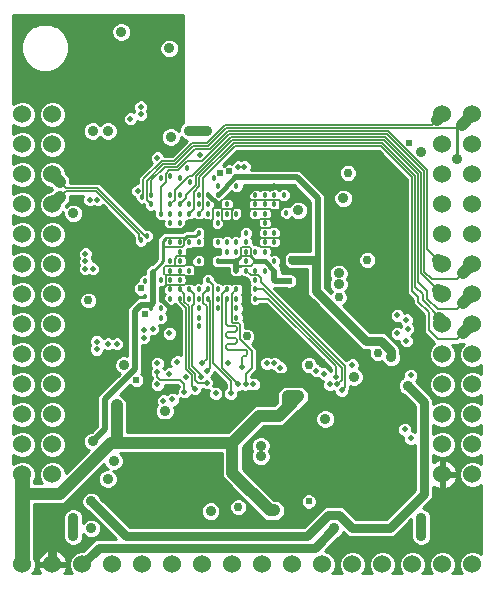
<source format=gbr>
G75*
G70*
%OFA0B0*%
%FSLAX24Y24*%
%IPPOS*%
%LPD*%
%AMOC8*
5,1,8,0,0,1.08239X$1,22.5*
%
%ADD10C,0.0600*%
%ADD11C,0.0180*%
%ADD12C,0.0354*%
%ADD13C,0.0295*%
%ADD14C,0.0237*%
%ADD15C,0.0198*%
%ADD16C,0.0100*%
%ADD17C,0.0400*%
%ADD18C,0.0500*%
%ADD19C,0.0300*%
%ADD20C,0.0200*%
%ADD21C,0.0150*%
%ADD22C,0.0050*%
%ADD23C,0.0160*%
%ADD24C,0.0170*%
%ADD25C,0.0180*%
D10*
X004652Y008038D03*
X005652Y008038D03*
X006652Y008038D03*
X007652Y008038D03*
X008652Y008038D03*
X009652Y008038D03*
X010652Y008038D03*
X011652Y008038D03*
X012652Y008038D03*
X013652Y008038D03*
X014652Y008038D03*
X015652Y008038D03*
X016652Y008038D03*
X017652Y008038D03*
X018652Y008038D03*
X019652Y008038D03*
X019652Y011038D03*
X018652Y011038D03*
X018652Y012038D03*
X018652Y013038D03*
X018652Y014038D03*
X018652Y015038D03*
X018652Y016038D03*
X018652Y017038D03*
X018652Y018038D03*
X018652Y019038D03*
X018652Y020038D03*
X018652Y021038D03*
X018652Y022038D03*
X018652Y023038D03*
X019652Y023038D03*
X019652Y022038D03*
X019652Y021038D03*
X019652Y020038D03*
X019652Y019038D03*
X019652Y018038D03*
X019652Y017038D03*
X019652Y016038D03*
X019652Y015038D03*
X019652Y014038D03*
X019652Y013038D03*
X019652Y012038D03*
X005652Y012038D03*
X005652Y013038D03*
X005652Y014038D03*
X004652Y014038D03*
X004652Y013038D03*
X004652Y012038D03*
X004652Y011038D03*
X005652Y011038D03*
X005652Y015038D03*
X005652Y016038D03*
X005652Y017038D03*
X005652Y018038D03*
X004652Y018038D03*
X004652Y017038D03*
X004652Y016038D03*
X004652Y015038D03*
X004652Y019038D03*
X004652Y020038D03*
X004652Y021038D03*
X004652Y022038D03*
X004652Y023038D03*
X005652Y023038D03*
X005652Y022038D03*
X005652Y021038D03*
X005652Y020038D03*
X005652Y019038D03*
D11*
X008602Y018838D03*
X008802Y018988D03*
X009586Y018779D03*
X009900Y018779D03*
X009900Y018464D03*
X009900Y018149D03*
X009586Y018149D03*
X009586Y017834D03*
X009900Y017834D03*
X009900Y017519D03*
X009586Y017519D03*
X009586Y017204D03*
X009900Y017204D03*
X009900Y016889D03*
X009586Y016889D03*
X009271Y017204D03*
X009271Y017519D03*
X008752Y017488D03*
X008956Y016574D03*
X009271Y016574D03*
X009271Y016259D03*
X010215Y016889D03*
X010215Y017204D03*
X010530Y017204D03*
X010530Y016889D03*
X010530Y016574D03*
X010845Y016889D03*
X010845Y017204D03*
X010845Y017519D03*
X011160Y017204D03*
X011160Y016889D03*
X011160Y016574D03*
X011475Y016889D03*
X011475Y017204D03*
X011475Y017519D03*
X011790Y017519D03*
X011790Y017834D03*
X012105Y017834D03*
X012105Y018149D03*
X012105Y018464D03*
X012105Y018779D03*
X012105Y019094D03*
X011790Y019409D03*
X011790Y019723D03*
X011475Y019723D03*
X011475Y019409D03*
X011160Y019409D03*
X011160Y019723D03*
X010845Y019723D03*
X010530Y019723D03*
X010215Y019723D03*
X010215Y019409D03*
X010530Y019094D03*
X010530Y018779D03*
X010215Y018779D03*
X010530Y018464D03*
X010530Y018149D03*
X010215Y017834D03*
X011160Y018149D03*
X011475Y018464D03*
X011475Y018779D03*
X011790Y018779D03*
X011790Y018464D03*
X012420Y018464D03*
X012735Y018464D03*
X012735Y018779D03*
X012735Y019094D03*
X012735Y019409D03*
X012735Y019723D03*
X012420Y019723D03*
X012420Y020038D03*
X012735Y020038D03*
X013050Y020038D03*
X013050Y020353D03*
X012735Y020353D03*
X012420Y020353D03*
X012105Y020353D03*
X011790Y020038D03*
X011475Y020038D03*
X011160Y020038D03*
X010845Y020038D03*
X010530Y020038D03*
X010215Y020038D03*
X010530Y020353D03*
X010845Y020353D03*
X011160Y020353D03*
X011160Y020668D03*
X011042Y020905D03*
X011790Y020668D03*
X013050Y020668D03*
X013365Y020353D03*
X013444Y019763D03*
X013050Y019094D03*
X013050Y018779D03*
X013050Y018149D03*
X013050Y017834D03*
X012735Y017834D03*
X012420Y017834D03*
X012420Y017519D03*
X012420Y017204D03*
X012420Y016889D03*
X012105Y017519D03*
X011790Y017204D03*
X011790Y016889D03*
X011790Y016574D03*
X011790Y016259D03*
X010530Y016259D03*
X010530Y015983D03*
X011160Y018779D03*
X009900Y019409D03*
X009900Y019723D03*
X009586Y019723D03*
X009586Y019409D03*
X009271Y019723D03*
X009586Y020038D03*
X009900Y020038D03*
X009900Y020353D03*
X009586Y020353D03*
X009586Y020983D03*
X009900Y020936D03*
X010152Y021238D03*
X010255Y020786D03*
X009271Y020905D03*
X008956Y020353D03*
X008956Y020038D03*
X008641Y020275D03*
X013050Y017519D03*
X013365Y017834D03*
D12*
X013852Y019838D03*
X015352Y020238D03*
X015202Y017738D03*
X015202Y017388D03*
X016952Y014938D03*
X017502Y013988D03*
X015702Y014288D03*
X014752Y012888D03*
X013852Y013638D03*
X013502Y013638D03*
X012902Y013638D03*
X012552Y013638D03*
X012202Y013638D03*
X012602Y011988D03*
X012602Y011638D03*
X012152Y011288D03*
X013052Y009838D03*
X013852Y011238D03*
X015052Y009238D03*
X016152Y009688D03*
X016802Y010738D03*
X016402Y011438D03*
X017952Y009588D03*
X017952Y009488D03*
X017952Y009388D03*
X017952Y009288D03*
X017952Y009188D03*
X017952Y009088D03*
X017952Y008988D03*
X017502Y016838D03*
X017952Y021788D03*
X019152Y021538D03*
X010802Y022488D03*
X010702Y022488D03*
X010602Y022488D03*
X010502Y022488D03*
X010402Y022488D03*
X010302Y022488D03*
X010202Y022488D03*
X009602Y022288D03*
X008852Y024538D03*
X009552Y025238D03*
X007952Y025788D03*
X007502Y022488D03*
X007002Y022488D03*
X006352Y019738D03*
X008052Y014688D03*
X007802Y013338D03*
X007802Y012988D03*
X007002Y012138D03*
X007702Y011488D03*
X008052Y011138D03*
X007502Y010888D03*
X006952Y010138D03*
X006352Y009588D03*
X006352Y009488D03*
X006352Y009388D03*
X006352Y009288D03*
X006352Y009188D03*
X006352Y009088D03*
X006352Y008988D03*
X006952Y009238D03*
X009402Y013138D03*
X010152Y011338D03*
X010927Y009813D03*
D13*
X011852Y009948D03*
X008752Y013788D03*
X006852Y016838D03*
X012127Y015638D03*
X012977Y015713D03*
X014202Y014688D03*
X014652Y014738D03*
X016502Y015088D03*
X015202Y016938D03*
X016152Y018188D03*
X016702Y020088D03*
X015502Y021088D03*
X013652Y018188D03*
D14*
X013552Y017488D03*
X011552Y021138D03*
X011252Y021088D03*
X008602Y017238D03*
X008752Y016388D03*
X008452Y014188D03*
X007252Y021038D03*
X014202Y010138D03*
X017552Y022088D03*
D15*
X017152Y016338D03*
X017452Y016188D03*
X017502Y015888D03*
X017452Y015488D03*
X017152Y015738D03*
X017602Y014338D03*
X017402Y012538D03*
X017602Y012238D03*
X015652Y014688D03*
X015102Y014288D03*
X015152Y014038D03*
X014902Y014038D03*
X014702Y014388D03*
X014452Y014488D03*
X015302Y013838D03*
X013252Y014588D03*
X013052Y014738D03*
X012802Y014738D03*
X012352Y014038D03*
X012102Y014038D03*
X011852Y014038D03*
X011602Y013738D03*
X011102Y013738D03*
X010802Y014088D03*
X010602Y014288D03*
X010802Y014488D03*
X010652Y014738D03*
X010102Y014288D03*
X010402Y013888D03*
X010052Y013788D03*
X009652Y013538D03*
X009352Y013488D03*
X009152Y014038D03*
X009152Y014438D03*
X009152Y014738D03*
X009552Y014388D03*
X009802Y014788D03*
X009552Y015738D03*
X009002Y015888D03*
X008702Y015838D03*
X008702Y015588D03*
X007802Y015388D03*
X007502Y015388D03*
X007127Y015463D03*
X007127Y015213D03*
X007002Y017888D03*
X006752Y017888D03*
X006752Y018138D03*
X006752Y018388D03*
X006902Y020188D03*
X007152Y020188D03*
X008502Y020488D03*
X009152Y021588D03*
X008252Y022888D03*
X008602Y023038D03*
X008602Y023288D03*
X010563Y021688D03*
X011852Y021288D03*
X012052Y021288D03*
X011502Y014738D03*
X011977Y014613D03*
D16*
X005034Y007784D02*
X004989Y007738D01*
X005245Y007738D01*
X005229Y007755D01*
X005152Y007939D01*
X005152Y007988D01*
X005602Y007988D01*
X005602Y008088D01*
X005152Y008088D01*
X005152Y008138D01*
X005229Y008322D01*
X005369Y008462D01*
X005553Y008538D01*
X005602Y008538D01*
X005602Y008089D01*
X005702Y008089D01*
X005702Y008538D01*
X005752Y008538D01*
X005936Y008462D01*
X006499Y008462D01*
X006563Y008488D02*
X006398Y008420D01*
X006271Y008293D01*
X006202Y008128D01*
X006202Y007949D01*
X006271Y007784D01*
X006316Y007738D01*
X006059Y007738D01*
X006076Y007755D01*
X006152Y007939D01*
X006152Y007988D01*
X005703Y007988D01*
X005703Y008088D01*
X006152Y008088D01*
X006152Y008138D01*
X006076Y008322D01*
X005936Y008462D01*
X006035Y008363D02*
X006341Y008363D01*
X006259Y008265D02*
X006100Y008265D01*
X006141Y008166D02*
X006218Y008166D01*
X006202Y008068D02*
X005703Y008068D01*
X005702Y008166D02*
X005602Y008166D01*
X005602Y008068D02*
X005102Y008068D01*
X005102Y008128D02*
X005052Y008249D01*
X005052Y010038D01*
X005757Y010038D01*
X006047Y010038D01*
X006640Y010038D01*
X006625Y010073D02*
X006675Y009953D01*
X006767Y009861D01*
X006833Y009834D01*
X007778Y008888D01*
X007078Y008888D01*
X006902Y008713D01*
X006678Y008488D01*
X006563Y008488D01*
X006750Y008560D02*
X005052Y008560D01*
X005052Y008462D02*
X005369Y008462D01*
X005270Y008363D02*
X005052Y008363D01*
X005052Y008265D02*
X005205Y008265D01*
X005164Y008166D02*
X005087Y008166D01*
X005102Y008128D02*
X005102Y007949D01*
X005034Y007784D01*
X005022Y007772D02*
X005222Y007772D01*
X005181Y007870D02*
X005070Y007870D01*
X005102Y007969D02*
X005152Y007969D01*
X005602Y008265D02*
X005702Y008265D01*
X005702Y008363D02*
X005602Y008363D01*
X005602Y008462D02*
X005702Y008462D01*
X006075Y008803D02*
X006167Y008711D01*
X006287Y008661D01*
X006418Y008661D01*
X006538Y008711D01*
X006630Y008803D01*
X006680Y008923D01*
X006680Y009023D01*
X006680Y009049D01*
X006767Y008961D01*
X006887Y008911D01*
X007018Y008911D01*
X007138Y008961D01*
X007230Y009053D01*
X007280Y009173D01*
X007280Y009304D01*
X007230Y009424D01*
X007138Y009516D01*
X007018Y009566D01*
X006887Y009566D01*
X006767Y009516D01*
X006680Y009428D01*
X006680Y009523D01*
X006680Y009654D01*
X006630Y009774D01*
X006538Y009866D01*
X006418Y009916D01*
X006287Y009916D01*
X006167Y009866D01*
X006075Y009774D01*
X006025Y009654D01*
X006025Y009523D01*
X006025Y009423D01*
X006025Y009323D01*
X006025Y009223D01*
X006025Y009123D01*
X006025Y009023D01*
X006025Y008923D01*
X006075Y008803D01*
X006053Y008856D02*
X005052Y008856D01*
X005052Y008954D02*
X006025Y008954D01*
X006025Y009053D02*
X005052Y009053D01*
X005052Y009152D02*
X006025Y009152D01*
X006025Y009250D02*
X005052Y009250D01*
X005052Y009349D02*
X006025Y009349D01*
X006025Y009447D02*
X005052Y009447D01*
X005052Y009546D02*
X006025Y009546D01*
X006025Y009644D02*
X005052Y009644D01*
X005052Y009743D02*
X006062Y009743D01*
X006143Y009841D02*
X005052Y009841D01*
X005052Y009940D02*
X006688Y009940D01*
X006625Y010073D02*
X006625Y010204D01*
X006675Y010324D01*
X006767Y010416D01*
X006887Y010466D01*
X007018Y010466D01*
X007138Y010416D01*
X007230Y010324D01*
X007257Y010258D01*
X008227Y009288D01*
X014028Y009288D01*
X014552Y009813D01*
X014728Y009988D01*
X015078Y009988D01*
X015327Y009988D01*
X015777Y009538D01*
X016778Y009538D01*
X017752Y010513D01*
X017752Y012036D01*
X017744Y012027D01*
X017652Y011989D01*
X017553Y011989D01*
X017461Y012027D01*
X017391Y012097D01*
X017353Y012189D01*
X017353Y012288D01*
X017354Y012289D01*
X017353Y012289D01*
X017261Y012327D01*
X017191Y012397D01*
X017153Y012489D01*
X017153Y012588D01*
X017191Y012679D01*
X017261Y012750D01*
X017353Y012787D01*
X017452Y012787D01*
X017544Y012750D01*
X017614Y012679D01*
X017651Y012588D01*
X017651Y012489D01*
X017651Y012487D01*
X017652Y012487D01*
X017744Y012450D01*
X017752Y012441D01*
X017752Y013314D01*
X017383Y013684D01*
X017317Y013711D01*
X017225Y013803D01*
X017175Y013923D01*
X017175Y014054D01*
X017225Y014174D01*
X017317Y014266D01*
X017356Y014282D01*
X017353Y014289D01*
X017353Y014388D01*
X017391Y014479D01*
X017461Y014550D01*
X017553Y014587D01*
X017652Y014587D01*
X017744Y014550D01*
X017814Y014479D01*
X017851Y014388D01*
X017851Y014289D01*
X017814Y014197D01*
X017783Y014167D01*
X017807Y014108D01*
X018352Y013563D01*
X018352Y013375D01*
X018398Y013420D01*
X018563Y013488D01*
X018742Y013488D01*
X018907Y013420D01*
X019034Y013293D01*
X019102Y013128D01*
X019102Y012949D01*
X019034Y012784D01*
X018907Y012657D01*
X018742Y012588D01*
X018563Y012588D01*
X018398Y012657D01*
X018352Y012702D01*
X018352Y012375D01*
X018398Y012420D01*
X018563Y012488D01*
X018742Y012488D01*
X018907Y012420D01*
X019034Y012293D01*
X019102Y012128D01*
X019102Y011949D01*
X019034Y011784D01*
X018907Y011657D01*
X018742Y011588D01*
X018563Y011588D01*
X018398Y011657D01*
X018352Y011702D01*
X018352Y011445D01*
X018369Y011462D01*
X018553Y011538D01*
X018602Y011538D01*
X018602Y011089D01*
X018702Y011089D01*
X018702Y011538D01*
X018752Y011538D01*
X018936Y011462D01*
X019076Y011322D01*
X019152Y011138D01*
X019152Y011088D01*
X018703Y011088D01*
X018703Y010988D01*
X019152Y010988D01*
X019152Y010939D01*
X019076Y010755D01*
X018936Y010615D01*
X018752Y010538D01*
X018702Y010538D01*
X018702Y010988D01*
X018602Y010988D01*
X018602Y010538D01*
X018553Y010538D01*
X018369Y010615D01*
X018352Y010631D01*
X018352Y010264D01*
X018177Y010088D01*
X018004Y009916D01*
X018018Y009916D01*
X018138Y009866D01*
X018230Y009774D01*
X018280Y009654D01*
X018280Y009523D01*
X018280Y009423D01*
X018280Y009323D01*
X018280Y009223D01*
X018280Y009123D01*
X018280Y009023D01*
X018280Y008923D01*
X018230Y008803D01*
X018138Y008711D01*
X018018Y008661D01*
X017887Y008661D01*
X017767Y008711D01*
X017675Y008803D01*
X017625Y008923D01*
X017625Y009023D01*
X017625Y009123D01*
X017625Y009223D01*
X017625Y009323D01*
X017625Y009423D01*
X017625Y009523D01*
X017625Y009537D01*
X017027Y008938D01*
X016778Y008938D01*
X015528Y008938D01*
X015354Y009112D01*
X015330Y009053D01*
X015238Y008961D01*
X015172Y008934D01*
X014727Y008488D01*
X014742Y008488D01*
X014907Y008420D01*
X015034Y008293D01*
X015102Y008128D01*
X015102Y007949D01*
X015034Y007784D01*
X014989Y007738D01*
X015316Y007738D01*
X015271Y007784D01*
X015202Y007949D01*
X015202Y008128D01*
X015271Y008293D01*
X015398Y008420D01*
X015563Y008488D01*
X015742Y008488D01*
X015907Y008420D01*
X016034Y008293D01*
X016102Y008128D01*
X016102Y007949D01*
X016034Y007784D01*
X015989Y007738D01*
X016316Y007738D01*
X016271Y007784D01*
X016202Y007949D01*
X016202Y008128D01*
X016271Y008293D01*
X016398Y008420D01*
X016563Y008488D01*
X016742Y008488D01*
X016907Y008420D01*
X017034Y008293D01*
X017102Y008128D01*
X017102Y007949D01*
X017034Y007784D01*
X016989Y007738D01*
X017316Y007738D01*
X017271Y007784D01*
X017202Y007949D01*
X017202Y008128D01*
X017271Y008293D01*
X017398Y008420D01*
X017563Y008488D01*
X017742Y008488D01*
X017907Y008420D01*
X018034Y008293D01*
X018102Y008128D01*
X018102Y007949D01*
X018034Y007784D01*
X017989Y007738D01*
X018316Y007738D01*
X018271Y007784D01*
X018202Y007949D01*
X018202Y008128D01*
X018271Y008293D01*
X018398Y008420D01*
X018563Y008488D01*
X018742Y008488D01*
X018907Y008420D01*
X019034Y008293D01*
X019102Y008128D01*
X019102Y007949D01*
X019034Y007784D01*
X018989Y007738D01*
X019316Y007738D01*
X019271Y007784D01*
X019202Y007949D01*
X019202Y008128D01*
X019271Y008293D01*
X019398Y008420D01*
X019563Y008488D01*
X019742Y008488D01*
X019907Y008420D01*
X019952Y008375D01*
X019952Y010702D01*
X019907Y010657D01*
X019742Y010588D01*
X019563Y010588D01*
X019398Y010657D01*
X019271Y010784D01*
X019202Y010949D01*
X019202Y011128D01*
X019271Y011293D01*
X019398Y011420D01*
X019563Y011488D01*
X019742Y011488D01*
X019907Y011420D01*
X019952Y011375D01*
X019952Y011702D01*
X019907Y011657D01*
X019742Y011588D01*
X019563Y011588D01*
X019398Y011657D01*
X019271Y011784D01*
X019202Y011949D01*
X019202Y012128D01*
X019271Y012293D01*
X019398Y012420D01*
X019563Y012488D01*
X019742Y012488D01*
X019907Y012420D01*
X019952Y012375D01*
X019952Y012702D01*
X019907Y012657D01*
X019742Y012588D01*
X019563Y012588D01*
X019398Y012657D01*
X019271Y012784D01*
X019202Y012949D01*
X019202Y013128D01*
X019271Y013293D01*
X019398Y013420D01*
X019563Y013488D01*
X019742Y013488D01*
X019907Y013420D01*
X019952Y013375D01*
X019952Y013702D01*
X019907Y013657D01*
X019742Y013588D01*
X019563Y013588D01*
X019398Y013657D01*
X019271Y013784D01*
X019202Y013949D01*
X019202Y014128D01*
X019271Y014293D01*
X019398Y014420D01*
X019563Y014488D01*
X019742Y014488D01*
X019907Y014420D01*
X019952Y014375D01*
X019952Y014702D01*
X019907Y014657D01*
X019742Y014588D01*
X019563Y014588D01*
X019398Y014657D01*
X019271Y014784D01*
X019202Y014949D01*
X019202Y015128D01*
X019271Y015293D01*
X019366Y015388D01*
X019250Y015388D01*
X019225Y015363D01*
X019080Y015363D01*
X018964Y015363D01*
X019034Y015293D01*
X019102Y015128D01*
X019102Y014949D01*
X019034Y014784D01*
X018907Y014657D01*
X018742Y014588D01*
X018563Y014588D01*
X018398Y014657D01*
X018271Y014784D01*
X018202Y014949D01*
X018202Y015128D01*
X018271Y015293D01*
X018386Y015408D01*
X018027Y015766D01*
X018027Y015911D01*
X018027Y016366D01*
X017677Y016716D01*
X017677Y016861D01*
X017677Y016866D01*
X017580Y016963D01*
X017580Y016963D01*
X017477Y017066D01*
X017477Y020866D01*
X016530Y021813D01*
X011825Y021813D01*
X011350Y021339D01*
X011366Y021332D01*
X011400Y021366D01*
X011499Y021407D01*
X011606Y021407D01*
X011628Y021398D01*
X011641Y021429D01*
X011711Y021500D01*
X011803Y021537D01*
X011902Y021537D01*
X011952Y021517D01*
X012003Y021537D01*
X012102Y021537D01*
X012194Y021500D01*
X012264Y021429D01*
X012301Y021338D01*
X012301Y021239D01*
X012281Y021188D01*
X013906Y021188D01*
X014052Y021042D01*
X014606Y020488D01*
X014752Y020342D01*
X014752Y018135D01*
X014752Y018064D01*
X014752Y017263D01*
X014938Y017077D01*
X014950Y017107D01*
X014986Y017143D01*
X014925Y017203D01*
X014875Y017323D01*
X014875Y017454D01*
X014921Y017563D01*
X014875Y017673D01*
X014875Y017804D01*
X014925Y017924D01*
X015017Y018016D01*
X015137Y018066D01*
X015268Y018066D01*
X015388Y018016D01*
X015480Y017924D01*
X015530Y017804D01*
X015530Y017673D01*
X015484Y017563D01*
X015530Y017454D01*
X015530Y017323D01*
X015480Y017203D01*
X015419Y017143D01*
X015455Y017107D01*
X015500Y016998D01*
X015500Y016879D01*
X015455Y016770D01*
X015371Y016686D01*
X015341Y016674D01*
X016227Y015788D01*
X016727Y015788D01*
X016902Y015613D01*
X017252Y015263D01*
X017252Y015069D01*
X017280Y015004D01*
X017280Y014873D01*
X017230Y014753D01*
X017138Y014661D01*
X017018Y014611D01*
X016887Y014611D01*
X016767Y014661D01*
X016675Y014753D01*
X016645Y014825D01*
X016562Y014791D01*
X016443Y014791D01*
X016334Y014836D01*
X016250Y014920D01*
X016205Y015029D01*
X016205Y015148D01*
X016222Y015188D01*
X015978Y015188D01*
X014328Y016838D01*
X014152Y017014D01*
X014152Y017888D01*
X013528Y017888D01*
X013352Y018064D01*
X013352Y018313D01*
X013528Y018488D01*
X014252Y018488D01*
X014252Y020135D01*
X013699Y020688D01*
X012030Y020688D01*
X012030Y020621D01*
X011994Y020532D01*
X011926Y020465D01*
X011838Y020428D01*
X011742Y020428D01*
X011654Y020465D01*
X011626Y020494D01*
X011399Y020266D01*
X011428Y020278D01*
X011523Y020278D01*
X011611Y020242D01*
X011679Y020174D01*
X011715Y020086D01*
X011715Y019991D01*
X012180Y019991D01*
X012217Y019902D01*
X012238Y019881D01*
X012217Y019859D01*
X012180Y019771D01*
X012180Y019676D01*
X012217Y019587D01*
X012284Y019520D01*
X012372Y019483D01*
X012468Y019483D01*
X012514Y019503D01*
X012495Y019456D01*
X012495Y019361D01*
X012532Y019273D01*
X012553Y019251D01*
X012532Y019229D01*
X012495Y019141D01*
X012495Y019046D01*
X012532Y018958D01*
X012553Y018936D01*
X012532Y018915D01*
X012495Y018826D01*
X012495Y018731D01*
X012514Y018684D01*
X012468Y018704D01*
X012388Y018704D01*
X012345Y018747D01*
X012345Y018826D01*
X012309Y018915D01*
X012287Y018936D01*
X012309Y018958D01*
X012345Y019046D01*
X012345Y019141D01*
X012309Y019229D01*
X012241Y019297D01*
X012153Y019334D01*
X012057Y019334D01*
X011969Y019297D01*
X011902Y019229D01*
X011865Y019141D01*
X011865Y019046D01*
X011884Y018999D01*
X011838Y019019D01*
X011742Y019019D01*
X011654Y018982D01*
X011633Y018960D01*
X011611Y018982D01*
X011523Y019019D01*
X011428Y019019D01*
X011339Y018982D01*
X011318Y018960D01*
X011296Y018982D01*
X011208Y019019D01*
X011113Y019019D01*
X011024Y018982D01*
X010957Y018915D01*
X010920Y018826D01*
X010920Y018731D01*
X010957Y018643D01*
X011024Y018575D01*
X011113Y018539D01*
X011208Y018539D01*
X011255Y018558D01*
X011235Y018511D01*
X011235Y018416D01*
X011253Y018374D01*
X011244Y018374D01*
X011208Y018389D01*
X011113Y018389D01*
X011076Y018374D01*
X011067Y018374D01*
X011061Y018367D01*
X011024Y018352D01*
X010957Y018285D01*
X010942Y018248D01*
X010935Y018242D01*
X010935Y018233D01*
X010920Y018196D01*
X010920Y018101D01*
X010935Y018065D01*
X010935Y018055D01*
X010942Y018049D01*
X010957Y018013D01*
X011024Y017945D01*
X011061Y017930D01*
X011067Y017924D01*
X011076Y017924D01*
X011113Y017909D01*
X011208Y017909D01*
X011244Y017924D01*
X011540Y017924D01*
X011540Y017888D01*
X011540Y017730D01*
X011687Y017584D01*
X011894Y017584D01*
X011955Y017645D01*
X011969Y017630D01*
X012057Y017594D01*
X012098Y017594D01*
X012180Y017511D01*
X012180Y017471D01*
X012217Y017383D01*
X012238Y017361D01*
X012217Y017340D01*
X012180Y017251D01*
X012180Y017156D01*
X012217Y017068D01*
X012238Y017046D01*
X012217Y017025D01*
X012180Y016937D01*
X012180Y016841D01*
X012217Y016753D01*
X012284Y016685D01*
X012372Y016649D01*
X012468Y016649D01*
X012556Y016685D01*
X012585Y016714D01*
X012780Y016714D01*
X014927Y014566D01*
X014927Y014496D01*
X014914Y014529D01*
X014844Y014600D01*
X014752Y014637D01*
X014656Y014637D01*
X014594Y014700D01*
X014502Y014737D01*
X014500Y014737D01*
X014500Y014748D01*
X014455Y014857D01*
X014371Y014941D01*
X014262Y014986D01*
X014143Y014986D01*
X014034Y014941D01*
X013950Y014857D01*
X013905Y014748D01*
X013905Y014629D01*
X013950Y014520D01*
X014034Y014436D01*
X014143Y014391D01*
X014223Y014391D01*
X014241Y014347D01*
X014311Y014277D01*
X014403Y014239D01*
X014499Y014239D01*
X014561Y014177D01*
X014653Y014139D01*
X014675Y014139D01*
X014653Y014088D01*
X014653Y013989D01*
X014691Y013897D01*
X014761Y013827D01*
X014853Y013789D01*
X014952Y013789D01*
X015027Y013821D01*
X015053Y013810D01*
X015053Y013789D01*
X015091Y013697D01*
X015161Y013627D01*
X015253Y013589D01*
X015352Y013589D01*
X015444Y013627D01*
X015514Y013697D01*
X015551Y013789D01*
X015551Y013840D01*
X015577Y013866D01*
X015577Y013986D01*
X015637Y013961D01*
X015768Y013961D01*
X015888Y014011D01*
X015980Y014103D01*
X016030Y014223D01*
X016030Y014354D01*
X015980Y014474D01*
X015888Y014566D01*
X015874Y014572D01*
X015901Y014639D01*
X015901Y014738D01*
X015864Y014829D01*
X015794Y014900D01*
X015702Y014937D01*
X015603Y014937D01*
X015511Y014900D01*
X015450Y014838D01*
X013050Y017238D01*
X013184Y017238D01*
X013454Y017238D01*
X013499Y017220D01*
X013606Y017220D01*
X013651Y017238D01*
X013656Y017238D01*
X013659Y017242D01*
X013705Y017261D01*
X013780Y017336D01*
X013799Y017381D01*
X013802Y017385D01*
X013802Y017390D01*
X013821Y017435D01*
X013821Y017542D01*
X013802Y017587D01*
X013802Y017592D01*
X013799Y017595D01*
X013780Y017641D01*
X013705Y017716D01*
X013659Y017735D01*
X013656Y017738D01*
X013651Y017738D01*
X013606Y017757D01*
X013499Y017757D01*
X013454Y017738D01*
X013300Y017738D01*
X013300Y017937D01*
X013239Y017998D01*
X013254Y018013D01*
X013290Y018101D01*
X013290Y018196D01*
X013254Y018285D01*
X013186Y018352D01*
X013098Y018389D01*
X013002Y018389D01*
X012956Y018369D01*
X012975Y018416D01*
X012975Y018511D01*
X012956Y018558D01*
X013002Y018539D01*
X013098Y018539D01*
X013186Y018575D01*
X013254Y018643D01*
X013290Y018731D01*
X013290Y018826D01*
X013254Y018915D01*
X013232Y018936D01*
X013254Y018958D01*
X013290Y019046D01*
X013290Y019141D01*
X013254Y019229D01*
X013186Y019297D01*
X013098Y019334D01*
X013002Y019334D01*
X012956Y019314D01*
X012975Y019361D01*
X012975Y019456D01*
X012939Y019544D01*
X012917Y019566D01*
X012939Y019587D01*
X012975Y019676D01*
X012975Y019771D01*
X012956Y019818D01*
X013002Y019798D01*
X013098Y019798D01*
X013186Y019835D01*
X013234Y019883D01*
X013204Y019811D01*
X013204Y019715D01*
X013240Y019627D01*
X013308Y019559D01*
X013396Y019523D01*
X013491Y019523D01*
X013580Y019559D01*
X013624Y019604D01*
X013667Y019561D01*
X013787Y019511D01*
X013918Y019511D01*
X014038Y019561D01*
X014130Y019653D01*
X014180Y019773D01*
X014180Y019904D01*
X014130Y020024D01*
X014038Y020116D01*
X013918Y020166D01*
X013787Y020166D01*
X013667Y020116D01*
X013575Y020024D01*
X013555Y019976D01*
X013491Y020003D01*
X013396Y020003D01*
X013308Y019966D01*
X013260Y019919D01*
X013290Y019991D01*
X013368Y019991D01*
X013290Y019991D02*
X013290Y020086D01*
X013271Y020133D01*
X013317Y020113D01*
X013413Y020113D01*
X013501Y020150D01*
X013568Y020217D01*
X013605Y020306D01*
X013605Y020401D01*
X013568Y020489D01*
X013501Y020557D01*
X013413Y020593D01*
X013317Y020593D01*
X013229Y020557D01*
X013208Y020535D01*
X013186Y020557D01*
X013098Y020593D01*
X013002Y020593D01*
X012914Y020557D01*
X012893Y020535D01*
X012871Y020557D01*
X012783Y020593D01*
X012687Y020593D01*
X012599Y020557D01*
X012578Y020535D01*
X012556Y020557D01*
X012468Y020593D01*
X012372Y020593D01*
X012284Y020557D01*
X012217Y020489D01*
X012180Y020401D01*
X012180Y020306D01*
X012217Y020217D01*
X012238Y020196D01*
X012217Y020174D01*
X012180Y020086D01*
X012180Y019991D01*
X012182Y020090D02*
X011714Y020090D01*
X011790Y020038D02*
X011633Y019881D01*
X011696Y019944D02*
X011715Y019991D01*
X011742Y019963D02*
X011696Y019944D01*
X011742Y019963D02*
X011838Y019963D01*
X011926Y019927D01*
X011994Y019859D01*
X012030Y019771D01*
X012030Y019676D01*
X011994Y019587D01*
X011926Y019520D01*
X011838Y019483D01*
X011742Y019483D01*
X011654Y019520D01*
X011633Y019542D01*
X011611Y019520D01*
X011523Y019483D01*
X011428Y019483D01*
X011381Y019503D01*
X011400Y019456D01*
X011400Y019361D01*
X011364Y019273D01*
X011296Y019205D01*
X011208Y019169D01*
X011113Y019169D01*
X011024Y019205D01*
X010957Y019273D01*
X010920Y019361D01*
X010920Y019456D01*
X010940Y019503D01*
X010893Y019483D01*
X010798Y019483D01*
X010709Y019520D01*
X010688Y019542D01*
X010666Y019520D01*
X010578Y019483D01*
X010483Y019483D01*
X010394Y019520D01*
X010373Y019542D01*
X010351Y019520D01*
X010263Y019483D01*
X010168Y019483D01*
X010121Y019503D01*
X010140Y019456D01*
X010140Y019361D01*
X010104Y019273D01*
X010036Y019205D01*
X009948Y019169D01*
X009853Y019169D01*
X009764Y019205D01*
X009743Y019227D01*
X009721Y019205D01*
X009633Y019169D01*
X009538Y019169D01*
X009450Y019205D01*
X009382Y019273D01*
X009346Y019361D01*
X009346Y019456D01*
X009365Y019503D01*
X009318Y019483D01*
X009223Y019483D01*
X009135Y019520D01*
X009067Y019587D01*
X009031Y019676D01*
X009031Y019771D01*
X009050Y019818D01*
X009003Y019798D01*
X008908Y019798D01*
X008820Y019835D01*
X008752Y019902D01*
X008716Y019991D01*
X007997Y019991D01*
X008096Y019893D02*
X008762Y019893D01*
X008716Y019991D02*
X008716Y020031D01*
X008705Y020042D01*
X008688Y020035D01*
X008593Y020035D01*
X008505Y020071D01*
X008437Y020139D01*
X008401Y020227D01*
X008401Y020261D01*
X008361Y020277D01*
X008291Y020347D01*
X008253Y020439D01*
X008253Y020538D01*
X008291Y020629D01*
X008361Y020700D01*
X008453Y020737D01*
X008515Y020737D01*
X008515Y020803D01*
X008515Y020948D01*
X008978Y021411D01*
X008941Y021447D01*
X008903Y021539D01*
X008903Y021638D01*
X008941Y021729D01*
X009011Y021800D01*
X009103Y021837D01*
X009202Y021837D01*
X009294Y021800D01*
X009364Y021729D01*
X009391Y021663D01*
X009630Y021663D01*
X010127Y022161D01*
X010131Y022164D01*
X010017Y022211D01*
X009930Y022299D01*
X009930Y022223D01*
X009880Y022103D01*
X009788Y022011D01*
X009668Y021961D01*
X009537Y021961D01*
X009417Y022011D01*
X009325Y022103D01*
X009275Y022223D01*
X009275Y022354D01*
X009325Y022474D01*
X009417Y022566D01*
X009537Y022616D01*
X009668Y022616D01*
X009788Y022566D01*
X009875Y022478D01*
X009875Y022554D01*
X009925Y022674D01*
X010002Y022751D01*
X010002Y026338D01*
X004352Y026338D01*
X004352Y023375D01*
X004398Y023420D01*
X004563Y023488D01*
X004742Y023488D01*
X004907Y023420D01*
X005034Y023293D01*
X005102Y023128D01*
X005102Y022949D01*
X005034Y022784D01*
X004907Y022657D01*
X004742Y022588D01*
X004563Y022588D01*
X004398Y022657D01*
X004352Y022702D01*
X004352Y022375D01*
X004398Y022420D01*
X004563Y022488D01*
X004742Y022488D01*
X004907Y022420D01*
X005034Y022293D01*
X005102Y022128D01*
X005102Y021949D01*
X005034Y021784D01*
X004907Y021657D01*
X004742Y021588D01*
X004563Y021588D01*
X004398Y021657D01*
X004352Y021702D01*
X004352Y021375D01*
X004398Y021420D01*
X004563Y021488D01*
X004742Y021488D01*
X004907Y021420D01*
X005034Y021293D01*
X005102Y021128D01*
X005102Y020949D01*
X005034Y020784D01*
X004907Y020657D01*
X004742Y020588D01*
X004563Y020588D01*
X004398Y020657D01*
X004352Y020702D01*
X004352Y020375D01*
X004398Y020420D01*
X004563Y020488D01*
X004742Y020488D01*
X004907Y020420D01*
X005034Y020293D01*
X005102Y020128D01*
X005102Y019949D01*
X005034Y019784D01*
X004907Y019657D01*
X004742Y019588D01*
X004563Y019588D01*
X004398Y019657D01*
X004352Y019702D01*
X004352Y019375D01*
X004398Y019420D01*
X004563Y019488D01*
X004742Y019488D01*
X004907Y019420D01*
X005034Y019293D01*
X005102Y019128D01*
X005102Y018949D01*
X005034Y018784D01*
X004907Y018657D01*
X004742Y018588D01*
X004563Y018588D01*
X004398Y018657D01*
X004352Y018702D01*
X004352Y018375D01*
X004398Y018420D01*
X004563Y018488D01*
X004742Y018488D01*
X004907Y018420D01*
X005034Y018293D01*
X005102Y018128D01*
X005102Y017949D01*
X005034Y017784D01*
X004907Y017657D01*
X004742Y017588D01*
X004563Y017588D01*
X004398Y017657D01*
X004352Y017702D01*
X004352Y017375D01*
X004398Y017420D01*
X004563Y017488D01*
X004742Y017488D01*
X004907Y017420D01*
X005034Y017293D01*
X005102Y017128D01*
X005102Y016949D01*
X005034Y016784D01*
X004907Y016657D01*
X004742Y016588D01*
X004563Y016588D01*
X004398Y016657D01*
X004352Y016702D01*
X004352Y016375D01*
X004398Y016420D01*
X004563Y016488D01*
X004742Y016488D01*
X004907Y016420D01*
X005034Y016293D01*
X005102Y016128D01*
X005102Y015949D01*
X005034Y015784D01*
X004907Y015657D01*
X004742Y015588D01*
X004563Y015588D01*
X004398Y015657D01*
X004352Y015702D01*
X004352Y015375D01*
X004398Y015420D01*
X004563Y015488D01*
X004742Y015488D01*
X004907Y015420D01*
X005034Y015293D01*
X005102Y015128D01*
X005102Y014949D01*
X005034Y014784D01*
X004907Y014657D01*
X004742Y014588D01*
X004563Y014588D01*
X004398Y014657D01*
X004352Y014702D01*
X004352Y014375D01*
X004398Y014420D01*
X004563Y014488D01*
X004742Y014488D01*
X004907Y014420D01*
X005034Y014293D01*
X005102Y014128D01*
X005102Y013949D01*
X005034Y013784D01*
X004907Y013657D01*
X004742Y013588D01*
X004563Y013588D01*
X004398Y013657D01*
X004352Y013702D01*
X004352Y013375D01*
X004398Y013420D01*
X004563Y013488D01*
X004742Y013488D01*
X004907Y013420D01*
X005034Y013293D01*
X005102Y013128D01*
X005102Y012949D01*
X005034Y012784D01*
X004907Y012657D01*
X004742Y012588D01*
X004563Y012588D01*
X004398Y012657D01*
X004352Y012702D01*
X004352Y012375D01*
X004398Y012420D01*
X004563Y012488D01*
X004742Y012488D01*
X004907Y012420D01*
X005034Y012293D01*
X005102Y012128D01*
X005102Y011949D01*
X005034Y011784D01*
X004907Y011657D01*
X004742Y011588D01*
X004563Y011588D01*
X004398Y011657D01*
X004352Y011702D01*
X004352Y011375D01*
X004398Y011420D01*
X004563Y011488D01*
X004742Y011488D01*
X004907Y011420D01*
X005034Y011293D01*
X005102Y011128D01*
X005102Y010949D01*
X005052Y010828D01*
X005052Y010738D01*
X005316Y010738D01*
X005271Y010784D01*
X005202Y010949D01*
X005202Y011128D01*
X005271Y011293D01*
X005398Y011420D01*
X005563Y011488D01*
X005742Y011488D01*
X005907Y011420D01*
X006034Y011293D01*
X006102Y011128D01*
X006102Y011083D01*
X006862Y011843D01*
X006817Y011861D01*
X006725Y011953D01*
X006675Y012073D01*
X006675Y012204D01*
X006725Y012324D01*
X006817Y012416D01*
X006937Y012466D01*
X006976Y012466D01*
X007152Y012642D01*
X007152Y013435D01*
X007152Y013642D01*
X007906Y014395D01*
X007867Y014411D01*
X007775Y014503D01*
X007725Y014623D01*
X007725Y014754D01*
X007775Y014874D01*
X007867Y014966D01*
X007987Y015016D01*
X008118Y015016D01*
X008152Y015001D01*
X008152Y016385D01*
X008152Y016592D01*
X008352Y016792D01*
X008499Y016938D01*
X008752Y016938D01*
X008752Y017010D01*
X008656Y016970D01*
X008549Y016970D01*
X008450Y017011D01*
X008375Y017086D01*
X008334Y017185D01*
X008334Y017292D01*
X008375Y017391D01*
X008450Y017466D01*
X008512Y017492D01*
X008512Y017536D01*
X008549Y017624D01*
X008616Y017692D01*
X008705Y017728D01*
X008752Y017728D01*
X008752Y017892D01*
X008899Y018038D01*
X008970Y018038D01*
X009152Y018221D01*
X009152Y018538D01*
X009152Y018751D01*
X009152Y018917D01*
X009347Y019111D01*
X009513Y019111D01*
X009513Y019111D01*
X009946Y019111D01*
X009989Y019111D01*
X010054Y019175D01*
X010305Y019175D01*
X010327Y019229D01*
X010394Y019297D01*
X010483Y019334D01*
X010578Y019334D01*
X010666Y019297D01*
X010734Y019229D01*
X010770Y019141D01*
X010770Y019046D01*
X010734Y018958D01*
X010712Y018936D01*
X010734Y018915D01*
X010770Y018826D01*
X010770Y018731D01*
X010734Y018643D01*
X010666Y018575D01*
X010578Y018539D01*
X010483Y018539D01*
X010394Y018575D01*
X010373Y018597D01*
X010351Y018575D01*
X010263Y018539D01*
X010168Y018539D01*
X010151Y018546D01*
X010134Y018528D01*
X010140Y018511D01*
X010140Y018416D01*
X010104Y018328D01*
X010082Y018306D01*
X010104Y018285D01*
X010140Y018196D01*
X010140Y018101D01*
X010121Y018054D01*
X010168Y018074D01*
X010263Y018074D01*
X010310Y018054D01*
X010290Y018101D01*
X010290Y018196D01*
X010327Y018285D01*
X010394Y018352D01*
X010483Y018389D01*
X010578Y018389D01*
X010666Y018352D01*
X010734Y018285D01*
X010770Y018196D01*
X010770Y018101D01*
X010734Y018013D01*
X010666Y017945D01*
X010578Y017909D01*
X010483Y017909D01*
X010436Y017928D01*
X010455Y017881D01*
X010455Y017786D01*
X010419Y017698D01*
X010351Y017630D01*
X010263Y017594D01*
X010168Y017594D01*
X010121Y017613D01*
X010140Y017566D01*
X010140Y017471D01*
X010121Y017424D01*
X010168Y017444D01*
X010263Y017444D01*
X010351Y017407D01*
X010373Y017386D01*
X010394Y017407D01*
X010483Y017444D01*
X010578Y017444D01*
X010625Y017424D01*
X010605Y017471D01*
X010605Y017566D01*
X010642Y017655D01*
X010709Y017722D01*
X010798Y017759D01*
X010893Y017759D01*
X010981Y017722D01*
X011049Y017655D01*
X011085Y017566D01*
X011085Y017526D01*
X011168Y017444D01*
X011208Y017444D01*
X011296Y017407D01*
X011318Y017386D01*
X011339Y017407D01*
X011428Y017444D01*
X011523Y017444D01*
X011611Y017407D01*
X011633Y017386D01*
X011654Y017407D01*
X011742Y017444D01*
X011838Y017444D01*
X011926Y017407D01*
X011994Y017340D01*
X012030Y017251D01*
X012030Y017156D01*
X011994Y017068D01*
X011972Y017046D01*
X011994Y017025D01*
X012030Y016937D01*
X012030Y016841D01*
X011994Y016753D01*
X011972Y016731D01*
X011994Y016710D01*
X012030Y016622D01*
X012030Y016526D01*
X011994Y016438D01*
X011972Y016416D01*
X011994Y016395D01*
X012030Y016307D01*
X012030Y016211D01*
X012015Y016174D01*
X012077Y016111D01*
X012077Y015936D01*
X012187Y015936D01*
X012296Y015891D01*
X012380Y015807D01*
X012425Y015698D01*
X012425Y015579D01*
X012380Y015470D01*
X012299Y015389D01*
X012375Y015313D01*
X012375Y015313D01*
X012477Y015211D01*
X012477Y014516D01*
X012375Y014413D01*
X012375Y014413D01*
X012277Y014316D01*
X012277Y014277D01*
X012303Y014287D01*
X012402Y014287D01*
X012494Y014250D01*
X012564Y014179D01*
X012601Y014088D01*
X012601Y013989D01*
X012564Y013897D01*
X012494Y013827D01*
X012402Y013789D01*
X012303Y013789D01*
X012227Y013821D01*
X012152Y013789D01*
X012053Y013789D01*
X011977Y013821D01*
X011902Y013789D01*
X011851Y013789D01*
X011851Y013788D01*
X011851Y013689D01*
X011814Y013597D01*
X011744Y013527D01*
X011652Y013489D01*
X011553Y013489D01*
X011461Y013527D01*
X011391Y013597D01*
X011353Y013689D01*
X011353Y013788D01*
X011391Y013879D01*
X011427Y013916D01*
X011427Y014066D01*
X011051Y014442D01*
X011051Y014439D01*
X011014Y014347D01*
X010955Y014288D01*
X011014Y014229D01*
X011051Y014138D01*
X011051Y014039D01*
X011025Y013976D01*
X011053Y013987D01*
X011152Y013987D01*
X011244Y013950D01*
X011314Y013879D01*
X011351Y013788D01*
X011351Y013689D01*
X011314Y013597D01*
X011244Y013527D01*
X011152Y013489D01*
X011053Y013489D01*
X010961Y013527D01*
X010891Y013597D01*
X010853Y013689D01*
X010853Y013788D01*
X010879Y013851D01*
X010852Y013839D01*
X010753Y013839D01*
X010661Y013877D01*
X010651Y013887D01*
X010651Y013839D01*
X010614Y013747D01*
X010544Y013677D01*
X010452Y013639D01*
X010353Y013639D01*
X010274Y013672D01*
X010264Y013647D01*
X010194Y013577D01*
X010102Y013539D01*
X010003Y013539D01*
X009911Y013577D01*
X009901Y013587D01*
X009901Y013489D01*
X009864Y013397D01*
X009794Y013327D01*
X009702Y013289D01*
X009694Y013289D01*
X009730Y013204D01*
X009730Y013073D01*
X009680Y012953D01*
X009588Y012861D01*
X009468Y012811D01*
X009337Y012811D01*
X009217Y012861D01*
X009125Y012953D01*
X009075Y013073D01*
X009075Y013204D01*
X009125Y013324D01*
X009145Y013344D01*
X009141Y013347D01*
X009103Y013439D01*
X009103Y013538D01*
X009141Y013629D01*
X009211Y013700D01*
X009303Y013737D01*
X009402Y013737D01*
X009471Y013709D01*
X009511Y013750D01*
X009603Y013787D01*
X009702Y013787D01*
X009794Y013750D01*
X009803Y013740D01*
X009803Y013838D01*
X009841Y013929D01*
X009877Y013966D01*
X009877Y013966D01*
X009830Y014013D01*
X009401Y014013D01*
X009401Y013989D01*
X009364Y013897D01*
X009294Y013827D01*
X009202Y013789D01*
X009103Y013789D01*
X009011Y013827D01*
X008941Y013897D01*
X008903Y013989D01*
X008903Y014088D01*
X008941Y014179D01*
X008978Y014216D01*
X008977Y014216D01*
X008977Y014261D01*
X008941Y014297D01*
X008903Y014389D01*
X008903Y014488D01*
X008941Y014579D01*
X008950Y014588D01*
X008941Y014597D01*
X008903Y014689D01*
X008903Y014788D01*
X008941Y014879D01*
X009011Y014950D01*
X009103Y014987D01*
X009202Y014987D01*
X009294Y014950D01*
X009364Y014879D01*
X009401Y014788D01*
X009401Y014689D01*
X009364Y014597D01*
X009355Y014588D01*
X009364Y014579D01*
X009372Y014560D01*
X009411Y014600D01*
X009503Y014637D01*
X009601Y014637D01*
X009591Y014647D01*
X009553Y014739D01*
X009553Y014838D01*
X009591Y014929D01*
X009661Y015000D01*
X009753Y015037D01*
X009852Y015037D01*
X009927Y015006D01*
X009927Y016516D01*
X009828Y016615D01*
X009740Y016704D01*
X009721Y016685D01*
X009633Y016649D01*
X009538Y016649D01*
X009491Y016668D01*
X009511Y016622D01*
X009511Y016526D01*
X009474Y016438D01*
X009452Y016416D01*
X009474Y016395D01*
X009511Y016307D01*
X009511Y016211D01*
X009474Y016123D01*
X009406Y016055D01*
X009318Y016019D01*
X009223Y016019D01*
X009217Y016021D01*
X009251Y015938D01*
X009251Y015839D01*
X009214Y015747D01*
X009144Y015677D01*
X009052Y015639D01*
X008953Y015639D01*
X008950Y015640D01*
X008951Y015638D01*
X008951Y015539D01*
X008914Y015447D01*
X008844Y015377D01*
X008752Y015339D01*
X008653Y015339D01*
X008652Y015340D01*
X008652Y014435D01*
X008619Y014402D01*
X008680Y014341D01*
X008721Y014242D01*
X008721Y014135D01*
X008680Y014036D01*
X008605Y013961D01*
X008506Y013920D01*
X008399Y013920D01*
X008300Y013961D01*
X008239Y014022D01*
X007906Y013688D01*
X007947Y013688D01*
X008152Y013483D01*
X008152Y012843D01*
X008152Y012438D01*
X011507Y012438D01*
X012407Y013338D01*
X012697Y013338D01*
X013057Y013338D01*
X013152Y013433D01*
X013152Y013783D01*
X011851Y013783D01*
X011850Y013685D02*
X013152Y013685D01*
X013152Y013783D02*
X013357Y013988D01*
X013647Y013988D01*
X013997Y013988D01*
X014202Y013783D01*
X015056Y013783D01*
X015104Y013685D02*
X014202Y013685D01*
X014202Y013783D02*
X014202Y013493D01*
X013997Y013288D01*
X013997Y013288D01*
X013852Y013144D01*
X013852Y013143D01*
X013347Y012638D01*
X013057Y012638D01*
X012697Y012638D01*
X012002Y011943D01*
X012002Y011233D01*
X013047Y010188D01*
X013197Y010188D01*
X013402Y009983D01*
X013402Y009693D01*
X013197Y009488D01*
X012757Y009488D01*
X012552Y009693D01*
X011507Y010738D01*
X011302Y010943D01*
X011302Y011738D01*
X007947Y011738D01*
X007915Y011738D01*
X007980Y011674D01*
X008030Y011554D01*
X008030Y011423D01*
X007980Y011303D01*
X007888Y011211D01*
X007768Y011161D01*
X007692Y011161D01*
X007780Y011074D01*
X007830Y010954D01*
X007830Y010823D01*
X007780Y010703D01*
X007688Y010611D01*
X007568Y010561D01*
X007437Y010561D01*
X007317Y010611D01*
X007225Y010703D01*
X007175Y010823D01*
X007175Y010954D01*
X007225Y011074D01*
X007317Y011166D01*
X007437Y011216D01*
X007513Y011216D01*
X007425Y011303D01*
X007392Y011383D01*
X006047Y010038D01*
X006146Y010137D02*
X006625Y010137D01*
X006639Y010236D02*
X006244Y010236D01*
X006343Y010334D02*
X006685Y010334D01*
X006808Y010433D02*
X006441Y010433D01*
X006540Y010531D02*
X011715Y010531D01*
X011813Y010433D02*
X007097Y010433D01*
X007219Y010334D02*
X011912Y010334D01*
X011912Y010246D02*
X011793Y010246D01*
X011684Y010201D01*
X011600Y010117D01*
X011555Y010008D01*
X011555Y009889D01*
X011600Y009780D01*
X011684Y009696D01*
X011793Y009651D01*
X011912Y009651D01*
X012021Y009696D01*
X012105Y009780D01*
X012150Y009889D01*
X012150Y010008D01*
X012105Y010117D01*
X012021Y010201D01*
X011912Y010246D01*
X011937Y010236D02*
X012010Y010236D01*
X012085Y010137D02*
X012109Y010137D01*
X012137Y010038D02*
X012207Y010038D01*
X012150Y009940D02*
X012306Y009940D01*
X012405Y009841D02*
X012130Y009841D01*
X012068Y009743D02*
X012503Y009743D01*
X012602Y009644D02*
X011211Y009644D01*
X011205Y009628D02*
X011255Y009748D01*
X011255Y009879D01*
X011205Y009999D01*
X011113Y010091D01*
X010993Y010141D01*
X010862Y010141D01*
X010742Y010091D01*
X010650Y009999D01*
X010600Y009879D01*
X010600Y009748D01*
X010650Y009628D01*
X010742Y009536D01*
X010862Y009486D01*
X010993Y009486D01*
X011113Y009536D01*
X011205Y009628D01*
X011122Y009546D02*
X012700Y009546D01*
X013255Y009546D02*
X014286Y009546D01*
X014384Y009644D02*
X013353Y009644D01*
X013402Y009743D02*
X014483Y009743D01*
X014581Y009841D02*
X013402Y009841D01*
X013402Y009940D02*
X014021Y009940D01*
X014050Y009911D02*
X014149Y009870D01*
X014256Y009870D01*
X014355Y009911D01*
X014430Y009986D01*
X014471Y010085D01*
X014471Y010192D01*
X014430Y010291D01*
X014355Y010366D01*
X014256Y010407D01*
X014149Y010407D01*
X014050Y010366D01*
X013975Y010291D01*
X013934Y010192D01*
X013934Y010085D01*
X013975Y009986D01*
X014050Y009911D01*
X013953Y010038D02*
X013347Y010038D01*
X013249Y010137D02*
X013934Y010137D01*
X013952Y010236D02*
X013000Y010236D01*
X012902Y010334D02*
X014018Y010334D01*
X014387Y010334D02*
X017574Y010334D01*
X017672Y010433D02*
X012803Y010433D01*
X012705Y010531D02*
X017752Y010531D01*
X017752Y010630D02*
X012606Y010630D01*
X012508Y010728D02*
X017752Y010728D01*
X017752Y010827D02*
X012409Y010827D01*
X012310Y010925D02*
X017752Y010925D01*
X017752Y011024D02*
X012212Y011024D01*
X012113Y011122D02*
X017752Y011122D01*
X017752Y011221D02*
X012015Y011221D01*
X012002Y011319D02*
X012517Y011319D01*
X012537Y011311D02*
X012668Y011311D01*
X012788Y011361D01*
X012880Y011453D01*
X012930Y011573D01*
X012930Y011704D01*
X012884Y011813D01*
X012930Y011923D01*
X012930Y012054D01*
X012880Y012174D01*
X012788Y012266D01*
X012668Y012316D01*
X012537Y012316D01*
X012417Y012266D01*
X012325Y012174D01*
X012275Y012054D01*
X012275Y011923D01*
X012321Y011813D01*
X012275Y011704D01*
X012275Y011573D01*
X012325Y011453D01*
X012417Y011361D01*
X012537Y011311D01*
X012687Y011319D02*
X017752Y011319D01*
X017752Y011418D02*
X012845Y011418D01*
X012906Y011517D02*
X017752Y011517D01*
X017752Y011615D02*
X012930Y011615D01*
X012925Y011714D02*
X017752Y011714D01*
X017752Y011812D02*
X012885Y011812D01*
X012924Y011911D02*
X017752Y011911D01*
X017752Y012009D02*
X017700Y012009D01*
X017505Y012009D02*
X012930Y012009D01*
X012907Y012108D02*
X017387Y012108D01*
X017353Y012206D02*
X012847Y012206D01*
X012693Y012305D02*
X017315Y012305D01*
X017189Y012403D02*
X012462Y012403D01*
X012512Y012305D02*
X012364Y012305D01*
X012358Y012206D02*
X012265Y012206D01*
X012298Y012108D02*
X012167Y012108D01*
X012068Y012009D02*
X012275Y012009D01*
X012280Y011911D02*
X012002Y011911D01*
X012002Y011812D02*
X012320Y011812D01*
X012279Y011714D02*
X012002Y011714D01*
X012002Y011615D02*
X012275Y011615D01*
X012299Y011517D02*
X012002Y011517D01*
X012002Y011418D02*
X012360Y011418D01*
X011616Y010630D02*
X007706Y010630D01*
X007790Y010728D02*
X011518Y010728D01*
X011419Y010827D02*
X007830Y010827D01*
X007830Y010925D02*
X011321Y010925D01*
X011302Y011024D02*
X007800Y011024D01*
X007731Y011122D02*
X011302Y011122D01*
X011302Y011221D02*
X007898Y011221D01*
X007987Y011319D02*
X011302Y011319D01*
X011302Y011418D02*
X008027Y011418D01*
X008030Y011517D02*
X011302Y011517D01*
X011302Y011615D02*
X008004Y011615D01*
X007940Y011714D02*
X011302Y011714D01*
X011571Y012502D02*
X008152Y012502D01*
X008152Y012601D02*
X011670Y012601D01*
X011768Y012699D02*
X008152Y012699D01*
X008152Y012798D02*
X011867Y012798D01*
X011965Y012896D02*
X009623Y012896D01*
X009697Y012995D02*
X012064Y012995D01*
X012162Y013093D02*
X009730Y013093D01*
X009730Y013192D02*
X012261Y013192D01*
X012359Y013290D02*
X009704Y013290D01*
X009855Y013389D02*
X013108Y013389D01*
X013152Y013487D02*
X009901Y013487D01*
X009901Y013586D02*
X009903Y013586D01*
X009803Y013783D02*
X009713Y013783D01*
X009592Y013783D02*
X008001Y013783D01*
X007951Y013685D02*
X009196Y013685D01*
X009123Y013586D02*
X008050Y013586D01*
X008148Y013487D02*
X009103Y013487D01*
X009124Y013389D02*
X008152Y013389D01*
X008152Y013290D02*
X009111Y013290D01*
X009075Y013192D02*
X008152Y013192D01*
X008152Y013093D02*
X009075Y013093D01*
X009108Y012995D02*
X008152Y012995D01*
X008152Y012896D02*
X009182Y012896D01*
X009348Y013882D02*
X009821Y013882D01*
X009863Y013980D02*
X009398Y013980D01*
X008957Y013882D02*
X008099Y013882D01*
X008198Y013980D02*
X008281Y013980D01*
X008624Y013980D02*
X008907Y013980D01*
X008903Y014079D02*
X008698Y014079D01*
X008721Y014177D02*
X008940Y014177D01*
X008963Y014276D02*
X008707Y014276D01*
X008647Y014374D02*
X008909Y014374D01*
X008903Y014473D02*
X008652Y014473D01*
X008652Y014571D02*
X008938Y014571D01*
X008911Y014670D02*
X008652Y014670D01*
X008652Y014769D02*
X008903Y014769D01*
X008936Y014867D02*
X008652Y014867D01*
X008652Y014966D02*
X009050Y014966D01*
X009255Y014966D02*
X009627Y014966D01*
X009565Y014867D02*
X009369Y014867D01*
X009401Y014769D02*
X009553Y014769D01*
X009582Y014670D02*
X009394Y014670D01*
X009383Y014571D02*
X009367Y014571D01*
X009927Y015064D02*
X008652Y015064D01*
X008652Y015163D02*
X009927Y015163D01*
X009927Y015261D02*
X008652Y015261D01*
X008801Y015360D02*
X009927Y015360D01*
X009927Y015458D02*
X008918Y015458D01*
X008951Y015557D02*
X009382Y015557D01*
X009411Y015527D02*
X009503Y015489D01*
X009602Y015489D01*
X009694Y015527D01*
X009764Y015597D01*
X009801Y015689D01*
X009801Y015788D01*
X009764Y015879D01*
X009694Y015950D01*
X009602Y015987D01*
X009503Y015987D01*
X009411Y015950D01*
X009341Y015879D01*
X009303Y015788D01*
X009303Y015689D01*
X009341Y015597D01*
X009411Y015527D01*
X009317Y015655D02*
X009091Y015655D01*
X009216Y015754D02*
X009303Y015754D01*
X009330Y015852D02*
X009251Y015852D01*
X009246Y015951D02*
X009415Y015951D01*
X009392Y016050D02*
X009927Y016050D01*
X009927Y016148D02*
X009484Y016148D01*
X009511Y016247D02*
X009927Y016247D01*
X009927Y016345D02*
X009495Y016345D01*
X009476Y016444D02*
X009927Y016444D01*
X009901Y016542D02*
X009511Y016542D01*
X009503Y016641D02*
X009803Y016641D01*
X009365Y016795D02*
X009318Y016814D01*
X009252Y016814D01*
X009252Y017279D01*
X009318Y017279D01*
X009365Y017298D01*
X009346Y017251D01*
X009346Y017156D01*
X009382Y017068D01*
X009404Y017046D01*
X009382Y017025D01*
X009346Y016937D01*
X009346Y016841D01*
X009365Y016795D01*
X009347Y016838D02*
X009252Y016838D01*
X009252Y016936D02*
X009346Y016936D01*
X009392Y017035D02*
X009252Y017035D01*
X009252Y017134D02*
X009355Y017134D01*
X009346Y017232D02*
X009252Y017232D01*
X009271Y017204D02*
X009428Y017361D01*
X009002Y017788D02*
X009352Y018138D01*
X009352Y018621D01*
X009352Y018834D01*
X009430Y018912D01*
X009241Y019006D02*
X009042Y019006D01*
X009042Y019036D02*
X009042Y018941D01*
X009006Y018852D01*
X008938Y018785D01*
X008850Y018748D01*
X008825Y018748D01*
X008806Y018702D01*
X008738Y018635D01*
X008650Y018598D01*
X008555Y018598D01*
X008466Y018635D01*
X008399Y018702D01*
X008362Y018791D01*
X008362Y018886D01*
X008377Y018922D01*
X008377Y018961D01*
X008377Y018966D01*
X007330Y020014D01*
X007294Y019977D01*
X007202Y019939D01*
X007103Y019939D01*
X007027Y019971D01*
X006952Y019939D01*
X006853Y019939D01*
X006761Y019977D01*
X006691Y020047D01*
X006653Y020139D01*
X006653Y020238D01*
X006685Y020313D01*
X006252Y020313D01*
X006252Y020143D01*
X006102Y019993D01*
X006102Y019951D01*
X006167Y020016D01*
X006287Y020066D01*
X006418Y020066D01*
X006538Y020016D01*
X006630Y019924D01*
X006680Y019804D01*
X006680Y019673D01*
X006630Y019553D01*
X006538Y019461D01*
X006418Y019411D01*
X006287Y019411D01*
X006167Y019461D01*
X006075Y019553D01*
X006025Y019673D01*
X006025Y019775D01*
X005907Y019657D01*
X005742Y019588D01*
X005563Y019588D01*
X005398Y019657D01*
X005271Y019784D01*
X005202Y019949D01*
X005202Y020128D01*
X005271Y020293D01*
X005398Y020420D01*
X005563Y020488D01*
X005607Y020488D01*
X005658Y020538D01*
X005607Y020588D01*
X005563Y020588D01*
X005398Y020657D01*
X005271Y020784D01*
X005202Y020949D01*
X005202Y021128D01*
X005271Y021293D01*
X005398Y021420D01*
X005563Y021488D01*
X005742Y021488D01*
X005907Y021420D01*
X006034Y021293D01*
X006102Y021128D01*
X006102Y021083D01*
X006252Y020933D01*
X006252Y020763D01*
X007225Y020763D01*
X007327Y020661D01*
X008760Y019228D01*
X008850Y019228D01*
X008938Y019192D01*
X009006Y019124D01*
X009042Y019036D01*
X009014Y019104D02*
X009340Y019104D01*
X009455Y019203D02*
X008912Y019203D01*
X008687Y019301D02*
X009370Y019301D01*
X009346Y019400D02*
X008588Y019400D01*
X008490Y019499D02*
X009186Y019499D01*
X009063Y019597D02*
X008391Y019597D01*
X008293Y019696D02*
X009031Y019696D01*
X009040Y019794D02*
X008194Y019794D01*
X008486Y020090D02*
X007898Y020090D01*
X007800Y020188D02*
X008417Y020188D01*
X008352Y020287D02*
X007701Y020287D01*
X007603Y020385D02*
X008275Y020385D01*
X008253Y020484D02*
X007504Y020484D01*
X007406Y020583D02*
X008272Y020583D01*
X008343Y020681D02*
X007307Y020681D01*
X007307Y019991D02*
X007352Y019991D01*
X007451Y019893D02*
X006643Y019893D01*
X006680Y019794D02*
X007549Y019794D01*
X007648Y019696D02*
X006680Y019696D01*
X006648Y019597D02*
X007746Y019597D01*
X007845Y019499D02*
X006575Y019499D01*
X006130Y019499D02*
X004352Y019499D01*
X004352Y019597D02*
X004542Y019597D01*
X004359Y019696D02*
X004352Y019696D01*
X004352Y019400D02*
X004378Y019400D01*
X004763Y019597D02*
X005542Y019597D01*
X005563Y019488D02*
X005398Y019420D01*
X005271Y019293D01*
X005202Y019128D01*
X005202Y018949D01*
X005271Y018784D01*
X005398Y018657D01*
X005563Y018588D01*
X005742Y018588D01*
X005907Y018657D01*
X006034Y018784D01*
X006102Y018949D01*
X006102Y019128D01*
X006034Y019293D01*
X005907Y019420D01*
X005742Y019488D01*
X005563Y019488D01*
X005378Y019400D02*
X004927Y019400D01*
X005026Y019301D02*
X005279Y019301D01*
X005234Y019203D02*
X005071Y019203D01*
X005102Y019104D02*
X005202Y019104D01*
X005202Y019006D02*
X005102Y019006D01*
X005085Y018907D02*
X005220Y018907D01*
X005260Y018809D02*
X005044Y018809D01*
X004961Y018710D02*
X005344Y018710D01*
X005507Y018612D02*
X004798Y018612D01*
X004913Y018415D02*
X005392Y018415D01*
X005398Y018420D02*
X005271Y018293D01*
X005202Y018128D01*
X005202Y017949D01*
X005271Y017784D01*
X005398Y017657D01*
X005563Y017588D01*
X005742Y017588D01*
X005907Y017657D01*
X006034Y017784D01*
X006102Y017949D01*
X006102Y018128D01*
X006034Y018293D01*
X005907Y018420D01*
X005742Y018488D01*
X005563Y018488D01*
X005398Y018420D01*
X005294Y018316D02*
X005011Y018316D01*
X005065Y018218D02*
X005240Y018218D01*
X005202Y018119D02*
X005102Y018119D01*
X005102Y018020D02*
X005202Y018020D01*
X005214Y017922D02*
X005091Y017922D01*
X005050Y017823D02*
X005254Y017823D01*
X005330Y017725D02*
X004975Y017725D01*
X004833Y017626D02*
X005472Y017626D01*
X005563Y017488D02*
X005398Y017420D01*
X005271Y017293D01*
X005202Y017128D01*
X005202Y016949D01*
X005271Y016784D01*
X005398Y016657D01*
X005563Y016588D01*
X005742Y016588D01*
X005907Y016657D01*
X006034Y016784D01*
X006102Y016949D01*
X006102Y017128D01*
X006034Y017293D01*
X005907Y017420D01*
X005742Y017488D01*
X005563Y017488D01*
X005420Y017429D02*
X004885Y017429D01*
X004997Y017331D02*
X005308Y017331D01*
X005246Y017232D02*
X005059Y017232D01*
X005100Y017134D02*
X005205Y017134D01*
X005202Y017035D02*
X005102Y017035D01*
X005097Y016936D02*
X005208Y016936D01*
X005248Y016838D02*
X005056Y016838D01*
X004990Y016739D02*
X005315Y016739D01*
X005436Y016641D02*
X004868Y016641D01*
X004850Y016444D02*
X005455Y016444D01*
X005398Y016420D02*
X005271Y016293D01*
X005202Y016128D01*
X005202Y015949D01*
X005271Y015784D01*
X005398Y015657D01*
X005563Y015588D01*
X005742Y015588D01*
X005907Y015657D01*
X006034Y015784D01*
X006102Y015949D01*
X006102Y016128D01*
X006034Y016293D01*
X005907Y016420D01*
X005742Y016488D01*
X005563Y016488D01*
X005398Y016420D01*
X005323Y016345D02*
X004982Y016345D01*
X005053Y016247D02*
X005252Y016247D01*
X005211Y016148D02*
X005094Y016148D01*
X005102Y016050D02*
X005202Y016050D01*
X005202Y015951D02*
X005102Y015951D01*
X005062Y015852D02*
X005242Y015852D01*
X005301Y015754D02*
X005004Y015754D01*
X004904Y015655D02*
X005401Y015655D01*
X005490Y015458D02*
X004815Y015458D01*
X004967Y015360D02*
X005337Y015360D01*
X005398Y015420D02*
X005271Y015293D01*
X005202Y015128D01*
X005202Y014949D01*
X005271Y014784D01*
X005398Y014657D01*
X005563Y014588D01*
X005742Y014588D01*
X005907Y014657D01*
X006034Y014784D01*
X006102Y014949D01*
X006102Y015128D01*
X006034Y015293D01*
X005907Y015420D01*
X005742Y015488D01*
X005563Y015488D01*
X005398Y015420D01*
X005258Y015261D02*
X005047Y015261D01*
X005088Y015163D02*
X005217Y015163D01*
X005202Y015064D02*
X005102Y015064D01*
X005102Y014966D02*
X005202Y014966D01*
X005236Y014867D02*
X005068Y014867D01*
X005019Y014769D02*
X005286Y014769D01*
X005384Y014670D02*
X004920Y014670D01*
X004779Y014473D02*
X005525Y014473D01*
X005563Y014488D02*
X005398Y014420D01*
X005271Y014293D01*
X005202Y014128D01*
X005202Y013949D01*
X005271Y013784D01*
X005398Y013657D01*
X005563Y013588D01*
X005742Y013588D01*
X005907Y013657D01*
X006034Y013784D01*
X006102Y013949D01*
X006102Y014128D01*
X006034Y014293D01*
X005907Y014420D01*
X005742Y014488D01*
X005563Y014488D01*
X005779Y014473D02*
X007805Y014473D01*
X007747Y014571D02*
X004352Y014571D01*
X004352Y014473D02*
X004525Y014473D01*
X004384Y014670D02*
X004352Y014670D01*
X004953Y014374D02*
X005352Y014374D01*
X005264Y014276D02*
X005041Y014276D01*
X005082Y014177D02*
X005223Y014177D01*
X005202Y014079D02*
X005102Y014079D01*
X005102Y013980D02*
X005202Y013980D01*
X005230Y013882D02*
X005075Y013882D01*
X005033Y013783D02*
X005271Y013783D01*
X005370Y013685D02*
X004935Y013685D01*
X004744Y013487D02*
X005561Y013487D01*
X005563Y013488D02*
X005398Y013420D01*
X005271Y013293D01*
X005202Y013128D01*
X005202Y012949D01*
X005271Y012784D01*
X005398Y012657D01*
X005563Y012588D01*
X005742Y012588D01*
X005907Y012657D01*
X006034Y012784D01*
X006102Y012949D01*
X006102Y013128D01*
X006034Y013293D01*
X005907Y013420D01*
X005742Y013488D01*
X005563Y013488D01*
X005744Y013487D02*
X007152Y013487D01*
X007152Y013389D02*
X005938Y013389D01*
X006035Y013290D02*
X007152Y013290D01*
X007152Y013192D02*
X006076Y013192D01*
X006102Y013093D02*
X007152Y013093D01*
X007152Y012995D02*
X006102Y012995D01*
X006081Y012896D02*
X007152Y012896D01*
X007152Y012798D02*
X006040Y012798D01*
X005949Y012699D02*
X007152Y012699D01*
X007111Y012601D02*
X005771Y012601D01*
X005742Y012488D02*
X005563Y012488D01*
X005398Y012420D01*
X005271Y012293D01*
X005202Y012128D01*
X005202Y011949D01*
X005271Y011784D01*
X005398Y011657D01*
X005563Y011588D01*
X005742Y011588D01*
X005907Y011657D01*
X006034Y011784D01*
X006102Y011949D01*
X006102Y012128D01*
X006034Y012293D01*
X005907Y012420D01*
X005742Y012488D01*
X005924Y012403D02*
X006805Y012403D01*
X006717Y012305D02*
X006022Y012305D01*
X006070Y012206D02*
X006676Y012206D01*
X006675Y012108D02*
X006102Y012108D01*
X006102Y012009D02*
X006702Y012009D01*
X006767Y011911D02*
X006087Y011911D01*
X006046Y011812D02*
X006831Y011812D01*
X006733Y011714D02*
X005964Y011714D01*
X005806Y011615D02*
X006634Y011615D01*
X006536Y011517D02*
X004352Y011517D01*
X004352Y011615D02*
X004498Y011615D01*
X004396Y011418D02*
X004352Y011418D01*
X004806Y011615D02*
X005498Y011615D01*
X005341Y011714D02*
X004964Y011714D01*
X005046Y011812D02*
X005259Y011812D01*
X005218Y011911D02*
X005087Y011911D01*
X005102Y012009D02*
X005202Y012009D01*
X005202Y012108D02*
X005102Y012108D01*
X005070Y012206D02*
X005235Y012206D01*
X005283Y012305D02*
X005022Y012305D01*
X004924Y012403D02*
X005381Y012403D01*
X005534Y012601D02*
X004771Y012601D01*
X004949Y012699D02*
X005355Y012699D01*
X005265Y012798D02*
X005040Y012798D01*
X005081Y012896D02*
X005224Y012896D01*
X005202Y012995D02*
X005102Y012995D01*
X005102Y013093D02*
X005202Y013093D01*
X005229Y013192D02*
X005076Y013192D01*
X005035Y013290D02*
X005270Y013290D01*
X005367Y013389D02*
X004938Y013389D01*
X004561Y013487D02*
X004352Y013487D01*
X004352Y013389D02*
X004367Y013389D01*
X004352Y013586D02*
X007152Y013586D01*
X007195Y013685D02*
X005935Y013685D01*
X006033Y013783D02*
X007294Y013783D01*
X007392Y013882D02*
X006075Y013882D01*
X006102Y013980D02*
X007491Y013980D01*
X007589Y014079D02*
X006102Y014079D01*
X006082Y014177D02*
X007688Y014177D01*
X007786Y014276D02*
X006041Y014276D01*
X005953Y014374D02*
X007885Y014374D01*
X007725Y014670D02*
X005920Y014670D01*
X006019Y014769D02*
X007731Y014769D01*
X007772Y014867D02*
X006068Y014867D01*
X006102Y014966D02*
X007075Y014966D01*
X007078Y014964D02*
X007177Y014964D01*
X007269Y015002D01*
X007339Y015072D01*
X007376Y015164D01*
X007376Y015171D01*
X007453Y015139D01*
X007552Y015139D01*
X007644Y015177D01*
X007652Y015186D01*
X007661Y015177D01*
X007753Y015139D01*
X007852Y015139D01*
X007944Y015177D01*
X008014Y015247D01*
X008051Y015339D01*
X008051Y015438D01*
X008014Y015529D01*
X007944Y015600D01*
X007852Y015637D01*
X007753Y015637D01*
X007661Y015600D01*
X007652Y015591D01*
X007644Y015600D01*
X007552Y015637D01*
X007453Y015637D01*
X007361Y015600D01*
X007347Y015585D01*
X007339Y015604D01*
X007269Y015675D01*
X007177Y015712D01*
X007078Y015712D01*
X006986Y015675D01*
X006916Y015604D01*
X006878Y015513D01*
X006878Y015414D01*
X006910Y015338D01*
X006878Y015263D01*
X006878Y015164D01*
X006916Y015072D01*
X006986Y015002D01*
X007078Y014964D01*
X007180Y014966D02*
X007867Y014966D01*
X007908Y015163D02*
X008152Y015163D01*
X008152Y015261D02*
X008019Y015261D01*
X008051Y015360D02*
X008152Y015360D01*
X008152Y015458D02*
X008043Y015458D01*
X007986Y015557D02*
X008152Y015557D01*
X008152Y015655D02*
X007288Y015655D01*
X006967Y015655D02*
X005904Y015655D01*
X006004Y015754D02*
X008152Y015754D01*
X008152Y015852D02*
X006062Y015852D01*
X006102Y015951D02*
X008152Y015951D01*
X008152Y016050D02*
X006102Y016050D01*
X006094Y016148D02*
X008152Y016148D01*
X008152Y016247D02*
X006053Y016247D01*
X005982Y016345D02*
X008152Y016345D01*
X008152Y016444D02*
X005850Y016444D01*
X005868Y016641D02*
X006629Y016641D01*
X006600Y016670D02*
X006684Y016586D01*
X006793Y016541D01*
X006912Y016541D01*
X007021Y016586D01*
X007105Y016670D01*
X007150Y016779D01*
X007150Y016898D01*
X007105Y017007D01*
X007021Y017091D01*
X006912Y017136D01*
X006793Y017136D01*
X006684Y017091D01*
X006600Y017007D01*
X006555Y016898D01*
X006555Y016779D01*
X006600Y016670D01*
X006571Y016739D02*
X005990Y016739D01*
X006056Y016838D02*
X006555Y016838D01*
X006571Y016936D02*
X006097Y016936D01*
X006102Y017035D02*
X006628Y017035D01*
X006787Y017134D02*
X006100Y017134D01*
X006059Y017232D02*
X008334Y017232D01*
X008350Y017331D02*
X005997Y017331D01*
X005885Y017429D02*
X008413Y017429D01*
X008512Y017528D02*
X004352Y017528D01*
X004352Y017626D02*
X004472Y017626D01*
X004420Y017429D02*
X004352Y017429D01*
X004352Y016641D02*
X004436Y016641D01*
X004352Y016542D02*
X006790Y016542D01*
X006915Y016542D02*
X008152Y016542D01*
X008201Y016641D02*
X007076Y016641D01*
X007134Y016739D02*
X008300Y016739D01*
X008398Y016838D02*
X007150Y016838D01*
X007134Y016936D02*
X008497Y016936D01*
X008426Y017035D02*
X007077Y017035D01*
X006918Y017134D02*
X008355Y017134D01*
X008551Y017626D02*
X005833Y017626D01*
X005975Y017725D02*
X006564Y017725D01*
X006541Y017747D02*
X006611Y017677D01*
X006703Y017639D01*
X006802Y017639D01*
X006877Y017671D01*
X006953Y017639D01*
X007052Y017639D01*
X007144Y017677D01*
X007214Y017747D01*
X007251Y017839D01*
X007251Y017938D01*
X007214Y018029D01*
X007144Y018100D01*
X007052Y018137D01*
X007001Y018137D01*
X007001Y018188D01*
X006970Y018263D01*
X007001Y018339D01*
X007001Y018438D01*
X006964Y018529D01*
X006894Y018600D01*
X006802Y018637D01*
X006703Y018637D01*
X006611Y018600D01*
X006541Y018529D01*
X006503Y018438D01*
X006503Y018339D01*
X006535Y018263D01*
X006503Y018188D01*
X006503Y018089D01*
X006535Y018013D01*
X006503Y017938D01*
X006503Y017839D01*
X006541Y017747D01*
X006510Y017823D02*
X006050Y017823D01*
X006091Y017922D02*
X006503Y017922D01*
X006532Y018020D02*
X006102Y018020D01*
X006102Y018119D02*
X006503Y018119D01*
X006516Y018218D02*
X006065Y018218D01*
X006011Y018316D02*
X006513Y018316D01*
X006503Y018415D02*
X005913Y018415D01*
X005798Y018612D02*
X006641Y018612D01*
X006535Y018513D02*
X004352Y018513D01*
X004352Y018415D02*
X004392Y018415D01*
X004352Y018612D02*
X004507Y018612D01*
X004946Y019696D02*
X005359Y019696D01*
X005266Y019794D02*
X005038Y019794D01*
X005079Y019893D02*
X005226Y019893D01*
X005202Y019991D02*
X005102Y019991D01*
X005102Y020090D02*
X005202Y020090D01*
X005228Y020188D02*
X005077Y020188D01*
X005037Y020287D02*
X005268Y020287D01*
X005363Y020385D02*
X004942Y020385D01*
X004752Y020484D02*
X005552Y020484D01*
X005613Y020583D02*
X004352Y020583D01*
X004352Y020681D02*
X004373Y020681D01*
X004352Y020484D02*
X004552Y020484D01*
X004363Y020385D02*
X004352Y020385D01*
X004931Y020681D02*
X005373Y020681D01*
X005275Y020780D02*
X005030Y020780D01*
X005073Y020878D02*
X005232Y020878D01*
X005202Y020977D02*
X005102Y020977D01*
X005102Y021075D02*
X005202Y021075D01*
X005221Y021174D02*
X005083Y021174D01*
X005043Y021272D02*
X005262Y021272D01*
X005349Y021371D02*
X004956Y021371D01*
X004788Y021469D02*
X005517Y021469D01*
X005563Y021588D02*
X005742Y021588D01*
X005907Y021657D01*
X006034Y021784D01*
X006102Y021949D01*
X006102Y022128D01*
X006034Y022293D01*
X005907Y022420D01*
X005742Y022488D01*
X005563Y022488D01*
X005398Y022420D01*
X005271Y022293D01*
X005202Y022128D01*
X005202Y021949D01*
X005271Y021784D01*
X005398Y021657D01*
X005563Y021588D01*
X005388Y021667D02*
X004917Y021667D01*
X005015Y021765D02*
X005289Y021765D01*
X005238Y021864D02*
X005067Y021864D01*
X005102Y021962D02*
X005202Y021962D01*
X005202Y022061D02*
X005102Y022061D01*
X005089Y022159D02*
X005215Y022159D01*
X005256Y022258D02*
X005049Y022258D01*
X004971Y022356D02*
X005334Y022356D01*
X005482Y022455D02*
X004823Y022455D01*
X004895Y022652D02*
X005409Y022652D01*
X005398Y022657D02*
X005563Y022588D01*
X005742Y022588D01*
X005907Y022657D01*
X006034Y022784D01*
X006102Y022949D01*
X006102Y023128D01*
X006034Y023293D01*
X005907Y023420D01*
X005742Y023488D01*
X005563Y023488D01*
X005398Y023420D01*
X005271Y023293D01*
X005202Y023128D01*
X005202Y022949D01*
X005271Y022784D01*
X005398Y022657D01*
X005304Y022751D02*
X005001Y022751D01*
X005061Y022849D02*
X005244Y022849D01*
X005203Y022948D02*
X005102Y022948D01*
X005102Y023046D02*
X005202Y023046D01*
X005209Y023145D02*
X005095Y023145D01*
X005055Y023243D02*
X005250Y023243D01*
X005319Y023342D02*
X004985Y023342D01*
X004858Y023440D02*
X005447Y023440D01*
X005858Y023440D02*
X008402Y023440D01*
X008391Y023429D02*
X008353Y023338D01*
X008353Y023239D01*
X008385Y023163D01*
X008363Y023112D01*
X008302Y023137D01*
X008203Y023137D01*
X008111Y023100D01*
X008041Y023029D01*
X008003Y022938D01*
X008003Y022839D01*
X008041Y022747D01*
X008111Y022677D01*
X008203Y022639D01*
X008302Y022639D01*
X008394Y022677D01*
X008464Y022747D01*
X008491Y022815D01*
X008553Y022789D01*
X008652Y022789D01*
X008744Y022827D01*
X008814Y022897D01*
X008851Y022989D01*
X008851Y023088D01*
X008820Y023163D01*
X008851Y023239D01*
X008851Y023338D01*
X008814Y023429D01*
X008744Y023500D01*
X008652Y023537D01*
X008553Y023537D01*
X008461Y023500D01*
X008391Y023429D01*
X008355Y023342D02*
X005985Y023342D01*
X006055Y023243D02*
X008353Y023243D01*
X008377Y023145D02*
X006095Y023145D01*
X006102Y023046D02*
X008058Y023046D01*
X008007Y022948D02*
X006102Y022948D01*
X006061Y022849D02*
X008003Y022849D01*
X008040Y022751D02*
X007703Y022751D01*
X007688Y022766D02*
X007568Y022816D01*
X007437Y022816D01*
X007317Y022766D01*
X007252Y022701D01*
X007188Y022766D01*
X007068Y022816D01*
X006937Y022816D01*
X006817Y022766D01*
X006725Y022674D01*
X006675Y022554D01*
X006675Y022423D01*
X006725Y022303D01*
X006817Y022211D01*
X006937Y022161D01*
X007068Y022161D01*
X007188Y022211D01*
X007252Y022276D01*
X007317Y022211D01*
X007437Y022161D01*
X007568Y022161D01*
X007688Y022211D01*
X007780Y022303D01*
X007830Y022423D01*
X007830Y022554D01*
X007780Y022674D01*
X007688Y022766D01*
X007789Y022652D02*
X008172Y022652D01*
X008332Y022652D02*
X009916Y022652D01*
X009875Y022553D02*
X009800Y022553D01*
X010002Y022751D02*
X008465Y022751D01*
X008765Y022849D02*
X010002Y022849D01*
X010002Y022948D02*
X008834Y022948D01*
X008851Y023046D02*
X010002Y023046D01*
X010002Y023145D02*
X008828Y023145D01*
X008851Y023243D02*
X010002Y023243D01*
X010002Y023342D02*
X008850Y023342D01*
X008803Y023440D02*
X010002Y023440D01*
X010002Y023539D02*
X004352Y023539D01*
X004352Y023637D02*
X010002Y023637D01*
X010002Y023736D02*
X004352Y023736D01*
X004352Y023834D02*
X010002Y023834D01*
X010002Y023933D02*
X004352Y023933D01*
X004352Y024032D02*
X010002Y024032D01*
X010002Y024130D02*
X004352Y024130D01*
X004352Y024229D02*
X010002Y024229D01*
X010002Y024327D02*
X004352Y024327D01*
X004352Y024426D02*
X010002Y024426D01*
X010002Y024524D02*
X005719Y024524D01*
X005865Y024585D02*
X006090Y024810D01*
X006212Y025104D01*
X006212Y025422D01*
X006090Y025716D01*
X005865Y025941D01*
X005571Y026062D01*
X005253Y026062D01*
X004959Y025941D01*
X004734Y025716D01*
X004613Y025422D01*
X004613Y025104D01*
X004734Y024810D01*
X004959Y024585D01*
X005253Y024463D01*
X005571Y024463D01*
X005865Y024585D01*
X005903Y024623D02*
X010002Y024623D01*
X010002Y024721D02*
X006002Y024721D01*
X006094Y024820D02*
X010002Y024820D01*
X010002Y024918D02*
X009635Y024918D01*
X009618Y024911D02*
X009738Y024961D01*
X009830Y025053D01*
X009880Y025173D01*
X009880Y025304D01*
X009830Y025424D01*
X009738Y025516D01*
X009618Y025566D01*
X009487Y025566D01*
X009367Y025516D01*
X009275Y025424D01*
X009225Y025304D01*
X009225Y025173D01*
X009275Y025053D01*
X009367Y024961D01*
X009487Y024911D01*
X009618Y024911D01*
X009470Y024918D02*
X006135Y024918D01*
X006176Y025017D02*
X009311Y025017D01*
X009249Y025116D02*
X006212Y025116D01*
X006212Y025214D02*
X009225Y025214D01*
X009229Y025313D02*
X006212Y025313D01*
X006212Y025411D02*
X009270Y025411D01*
X009361Y025510D02*
X008134Y025510D01*
X008138Y025511D02*
X008230Y025603D01*
X008280Y025723D01*
X008280Y025854D01*
X008230Y025974D01*
X008138Y026066D01*
X008018Y026116D01*
X007887Y026116D01*
X007767Y026066D01*
X007675Y025974D01*
X007625Y025854D01*
X007625Y025723D01*
X007675Y025603D01*
X007767Y025511D01*
X007887Y025461D01*
X008018Y025461D01*
X008138Y025511D01*
X008232Y025608D02*
X010002Y025608D01*
X010002Y025510D02*
X009744Y025510D01*
X009835Y025411D02*
X010002Y025411D01*
X010002Y025313D02*
X009876Y025313D01*
X009880Y025214D02*
X010002Y025214D01*
X010002Y025116D02*
X009856Y025116D01*
X009794Y025017D02*
X010002Y025017D01*
X010002Y025707D02*
X008273Y025707D01*
X008280Y025805D02*
X010002Y025805D01*
X010002Y025904D02*
X008259Y025904D01*
X008201Y026002D02*
X010002Y026002D01*
X010002Y026101D02*
X008053Y026101D01*
X007852Y026101D02*
X004352Y026101D01*
X004352Y026200D02*
X010002Y026200D01*
X010002Y026298D02*
X004352Y026298D01*
X004352Y026002D02*
X005108Y026002D01*
X004923Y025904D02*
X004352Y025904D01*
X004352Y025805D02*
X004824Y025805D01*
X004731Y025707D02*
X004352Y025707D01*
X004352Y025608D02*
X004690Y025608D01*
X004649Y025510D02*
X004352Y025510D01*
X004352Y025411D02*
X004613Y025411D01*
X004613Y025313D02*
X004352Y025313D01*
X004352Y025214D02*
X004613Y025214D01*
X004613Y025116D02*
X004352Y025116D01*
X004352Y025017D02*
X004649Y025017D01*
X004689Y024918D02*
X004352Y024918D01*
X004352Y024820D02*
X004730Y024820D01*
X004823Y024721D02*
X004352Y024721D01*
X004352Y024623D02*
X004921Y024623D01*
X005106Y024524D02*
X004352Y024524D01*
X004352Y023440D02*
X004447Y023440D01*
X004409Y022652D02*
X004352Y022652D01*
X004352Y022553D02*
X006675Y022553D01*
X006675Y022455D02*
X005823Y022455D01*
X005971Y022356D02*
X006703Y022356D01*
X006770Y022258D02*
X006049Y022258D01*
X006089Y022159D02*
X009302Y022159D01*
X009275Y022258D02*
X007734Y022258D01*
X007802Y022356D02*
X009276Y022356D01*
X009317Y022455D02*
X007830Y022455D01*
X007830Y022553D02*
X009405Y022553D01*
X009367Y022061D02*
X006102Y022061D01*
X006102Y021962D02*
X009535Y021962D01*
X009670Y021962D02*
X009929Y021962D01*
X009837Y022061D02*
X010027Y022061D01*
X010126Y022159D02*
X009903Y022159D01*
X009930Y022258D02*
X009970Y022258D01*
X009830Y021864D02*
X006067Y021864D01*
X006015Y021765D02*
X008977Y021765D01*
X008915Y021667D02*
X005917Y021667D01*
X005788Y021469D02*
X008932Y021469D01*
X008938Y021371D02*
X005956Y021371D01*
X006043Y021272D02*
X008839Y021272D01*
X008740Y021174D02*
X006083Y021174D01*
X006110Y021075D02*
X008642Y021075D01*
X008543Y020977D02*
X006209Y020977D01*
X006252Y020878D02*
X008515Y020878D01*
X008515Y020780D02*
X006252Y020780D01*
X006252Y020287D02*
X006674Y020287D01*
X006653Y020188D02*
X006252Y020188D01*
X006199Y020090D02*
X006674Y020090D01*
X006747Y019991D02*
X006562Y019991D01*
X006143Y019991D02*
X006102Y019991D01*
X006025Y019696D02*
X005946Y019696D01*
X006057Y019597D02*
X005763Y019597D01*
X005927Y019400D02*
X007943Y019400D01*
X008042Y019301D02*
X006026Y019301D01*
X006071Y019203D02*
X008140Y019203D01*
X008239Y019104D02*
X006102Y019104D01*
X006102Y019006D02*
X008338Y019006D01*
X008371Y018907D02*
X006085Y018907D01*
X006044Y018809D02*
X008362Y018809D01*
X008396Y018710D02*
X005961Y018710D01*
X006864Y018612D02*
X008523Y018612D01*
X008682Y018612D02*
X009152Y018612D01*
X009152Y018710D02*
X008809Y018710D01*
X008962Y018809D02*
X009152Y018809D01*
X009152Y018907D02*
X009029Y018907D01*
X009152Y018513D02*
X006970Y018513D01*
X007001Y018415D02*
X009152Y018415D01*
X009152Y018316D02*
X006992Y018316D01*
X006989Y018218D02*
X009149Y018218D01*
X009050Y018119D02*
X007097Y018119D01*
X007217Y018020D02*
X008881Y018020D01*
X008782Y017922D02*
X007251Y017922D01*
X007245Y017823D02*
X008752Y017823D01*
X008696Y017725D02*
X007191Y017725D01*
X008952Y016688D02*
X008952Y016577D01*
X008956Y016574D01*
X009690Y015951D02*
X009927Y015951D01*
X009927Y015852D02*
X009775Y015852D01*
X009801Y015754D02*
X009927Y015754D01*
X009927Y015655D02*
X009788Y015655D01*
X009723Y015557D02*
X009927Y015557D01*
X011025Y014374D02*
X011119Y014374D01*
X011218Y014276D02*
X010967Y014276D01*
X011035Y014177D02*
X011316Y014177D01*
X011415Y014079D02*
X011051Y014079D01*
X011035Y013980D02*
X011027Y013980D01*
X011170Y013980D02*
X011427Y013980D01*
X011393Y013882D02*
X011311Y013882D01*
X011351Y013783D02*
X011353Y013783D01*
X011350Y013685D02*
X011355Y013685D01*
X011403Y013586D02*
X011302Y013586D01*
X010903Y013586D02*
X010202Y013586D01*
X010551Y013685D02*
X010855Y013685D01*
X010853Y013783D02*
X010628Y013783D01*
X010651Y013882D02*
X010657Y013882D01*
X011802Y013586D02*
X013152Y013586D01*
X013251Y013882D02*
X012548Y013882D01*
X012598Y013980D02*
X013349Y013980D01*
X013302Y014339D02*
X013394Y014377D01*
X013464Y014447D01*
X013501Y014539D01*
X013501Y014638D01*
X013464Y014729D01*
X013394Y014800D01*
X013302Y014837D01*
X013281Y014837D01*
X013264Y014879D01*
X013194Y014950D01*
X013102Y014987D01*
X013003Y014987D01*
X012927Y014956D01*
X012852Y014987D01*
X012753Y014987D01*
X012661Y014950D01*
X012591Y014879D01*
X012553Y014788D01*
X012553Y014689D01*
X012591Y014597D01*
X012661Y014527D01*
X012753Y014489D01*
X012852Y014489D01*
X012927Y014521D01*
X013003Y014489D01*
X013024Y014489D01*
X013041Y014447D01*
X013111Y014377D01*
X013203Y014339D01*
X013302Y014339D01*
X013386Y014374D02*
X014230Y014374D01*
X014315Y014276D02*
X012430Y014276D01*
X012336Y014374D02*
X013118Y014374D01*
X013031Y014473D02*
X012434Y014473D01*
X012477Y014571D02*
X012617Y014571D01*
X012561Y014670D02*
X012477Y014670D01*
X012477Y014769D02*
X012553Y014769D01*
X012586Y014867D02*
X012477Y014867D01*
X012477Y014966D02*
X012700Y014966D01*
X012905Y014966D02*
X012950Y014966D01*
X013155Y014966D02*
X014094Y014966D01*
X013960Y014867D02*
X013269Y014867D01*
X013425Y014769D02*
X013913Y014769D01*
X013905Y014670D02*
X013488Y014670D01*
X013501Y014571D02*
X013929Y014571D01*
X013997Y014473D02*
X013474Y014473D01*
X014006Y013980D02*
X014657Y013980D01*
X014653Y014079D02*
X012601Y014079D01*
X012564Y014177D02*
X014561Y014177D01*
X014707Y013882D02*
X014104Y013882D01*
X014202Y013586D02*
X017481Y013586D01*
X017579Y013487D02*
X014196Y013487D01*
X014098Y013389D02*
X017678Y013389D01*
X017752Y013290D02*
X013999Y013290D01*
X013901Y013192D02*
X014630Y013192D01*
X014687Y013216D02*
X014567Y013166D01*
X014475Y013074D01*
X014425Y012954D01*
X014425Y012823D01*
X014475Y012703D01*
X014567Y012611D01*
X014687Y012561D01*
X014818Y012561D01*
X014938Y012611D01*
X015030Y012703D01*
X015080Y012823D01*
X015080Y012954D01*
X015030Y013074D01*
X014938Y013166D01*
X014818Y013216D01*
X014687Y013216D01*
X014875Y013192D02*
X017752Y013192D01*
X017752Y013093D02*
X015010Y013093D01*
X015063Y012995D02*
X017752Y012995D01*
X017752Y012896D02*
X015080Y012896D01*
X015069Y012798D02*
X017752Y012798D01*
X017752Y012699D02*
X017594Y012699D01*
X017646Y012601D02*
X017752Y012601D01*
X017752Y012502D02*
X017651Y012502D01*
X017211Y012699D02*
X015026Y012699D01*
X014912Y012601D02*
X017159Y012601D01*
X017153Y012502D02*
X012561Y012502D01*
X012659Y012601D02*
X014592Y012601D01*
X014479Y012699D02*
X013408Y012699D01*
X013507Y012798D02*
X014436Y012798D01*
X014425Y012896D02*
X013605Y012896D01*
X013704Y012995D02*
X014442Y012995D01*
X014495Y013093D02*
X013802Y013093D01*
X014623Y014670D02*
X014823Y014670D01*
X014872Y014571D02*
X014922Y014571D01*
X014725Y014769D02*
X014491Y014769D01*
X014445Y014867D02*
X014626Y014867D01*
X014528Y014966D02*
X014311Y014966D01*
X014429Y015064D02*
X012477Y015064D01*
X012477Y015163D02*
X014331Y015163D01*
X014232Y015261D02*
X012427Y015261D01*
X012328Y015360D02*
X014134Y015360D01*
X014035Y015458D02*
X012368Y015458D01*
X012416Y015557D02*
X013937Y015557D01*
X013838Y015655D02*
X012425Y015655D01*
X012402Y015754D02*
X013739Y015754D01*
X013641Y015852D02*
X012334Y015852D01*
X012077Y015951D02*
X013542Y015951D01*
X013444Y016050D02*
X012077Y016050D01*
X012040Y016148D02*
X013345Y016148D01*
X013247Y016247D02*
X012030Y016247D01*
X012014Y016345D02*
X013148Y016345D01*
X013050Y016444D02*
X011996Y016444D01*
X012030Y016542D02*
X012951Y016542D01*
X012853Y016641D02*
X012022Y016641D01*
X011980Y016739D02*
X012230Y016739D01*
X012181Y016838D02*
X012029Y016838D01*
X012030Y016936D02*
X012180Y016936D01*
X012227Y017035D02*
X011983Y017035D01*
X012021Y017134D02*
X012189Y017134D01*
X012180Y017232D02*
X012030Y017232D01*
X011997Y017331D02*
X012213Y017331D01*
X012197Y017429D02*
X011873Y017429D01*
X011707Y017429D02*
X011558Y017429D01*
X011392Y017429D02*
X011243Y017429D01*
X011085Y017528D02*
X012164Y017528D01*
X012105Y017519D02*
X012026Y017519D01*
X011979Y017626D02*
X011936Y017626D01*
X011948Y017991D02*
X011790Y017991D01*
X011790Y018149D02*
X011948Y018306D01*
X012263Y018306D02*
X012420Y018149D01*
X012382Y018710D02*
X012504Y018710D01*
X012495Y018809D02*
X012345Y018809D01*
X012312Y018907D02*
X012529Y018907D01*
X012512Y019006D02*
X012329Y019006D01*
X012345Y019104D02*
X012495Y019104D01*
X012521Y019203D02*
X012320Y019203D01*
X012230Y019301D02*
X012520Y019301D01*
X012495Y019400D02*
X011400Y019400D01*
X011391Y019499D02*
X011383Y019499D01*
X011559Y019499D02*
X011706Y019499D01*
X011874Y019499D02*
X012336Y019499D01*
X012213Y019597D02*
X011998Y019597D01*
X012030Y019696D02*
X012180Y019696D01*
X012190Y019794D02*
X012021Y019794D01*
X011960Y019893D02*
X012226Y019893D01*
X012231Y020188D02*
X011665Y020188D01*
X011518Y020385D02*
X012180Y020385D01*
X012188Y020287D02*
X011419Y020287D01*
X011251Y020123D02*
X011235Y020086D01*
X011235Y019991D01*
X011085Y019991D01*
X011085Y020086D01*
X011070Y020123D01*
X011088Y020123D01*
X011113Y020113D01*
X011208Y020113D01*
X011232Y020123D01*
X011251Y020123D01*
X011237Y020090D02*
X011084Y020090D01*
X011085Y019991D02*
X011066Y019944D01*
X011113Y019963D01*
X011208Y019963D01*
X011255Y019944D01*
X011235Y019991D01*
X011616Y020484D02*
X011635Y020484D01*
X011945Y020484D02*
X012215Y020484D01*
X012346Y020583D02*
X012014Y020583D01*
X012030Y020681D02*
X013706Y020681D01*
X013805Y020583D02*
X013439Y020583D01*
X013291Y020583D02*
X013124Y020583D01*
X012976Y020583D02*
X012809Y020583D01*
X012661Y020583D02*
X012494Y020583D01*
X012301Y021272D02*
X015265Y021272D01*
X015250Y021257D02*
X015205Y021148D01*
X015205Y021029D01*
X015250Y020920D01*
X015334Y020836D01*
X015443Y020791D01*
X015562Y020791D01*
X015671Y020836D01*
X015755Y020920D01*
X015800Y021029D01*
X015800Y021148D01*
X015755Y021257D01*
X015671Y021341D01*
X015562Y021386D01*
X015443Y021386D01*
X015334Y021341D01*
X015250Y021257D01*
X015216Y021174D02*
X013921Y021174D01*
X014019Y021075D02*
X015205Y021075D01*
X015226Y020977D02*
X014118Y020977D01*
X014216Y020878D02*
X015292Y020878D01*
X015287Y020566D02*
X015167Y020516D01*
X015075Y020424D01*
X015025Y020304D01*
X015025Y020173D01*
X015075Y020053D01*
X015167Y019961D01*
X015287Y019911D01*
X015418Y019911D01*
X015538Y019961D01*
X015630Y020053D01*
X015680Y020173D01*
X015680Y020304D01*
X015630Y020424D01*
X015538Y020516D01*
X015418Y020566D01*
X015287Y020566D01*
X015135Y020484D02*
X014610Y020484D01*
X014512Y020583D02*
X017477Y020583D01*
X017477Y020681D02*
X014413Y020681D01*
X014315Y020780D02*
X017477Y020780D01*
X017465Y020878D02*
X015713Y020878D01*
X015778Y020977D02*
X017367Y020977D01*
X017268Y021075D02*
X015800Y021075D01*
X015789Y021174D02*
X017170Y021174D01*
X017071Y021272D02*
X015739Y021272D01*
X015598Y021371D02*
X016972Y021371D01*
X016874Y021469D02*
X012224Y021469D01*
X012288Y021371D02*
X015407Y021371D01*
X015569Y020484D02*
X017477Y020484D01*
X017477Y020385D02*
X015646Y020385D01*
X015680Y020287D02*
X017477Y020287D01*
X017477Y020188D02*
X015680Y020188D01*
X015645Y020090D02*
X017477Y020090D01*
X017477Y019991D02*
X015568Y019991D01*
X015137Y019991D02*
X014752Y019991D01*
X014752Y019893D02*
X017477Y019893D01*
X017477Y019794D02*
X014752Y019794D01*
X014752Y019696D02*
X017477Y019696D01*
X017477Y019597D02*
X014752Y019597D01*
X014752Y019499D02*
X017477Y019499D01*
X017477Y019400D02*
X014752Y019400D01*
X014752Y019301D02*
X017477Y019301D01*
X017477Y019203D02*
X014752Y019203D01*
X014752Y019104D02*
X017477Y019104D01*
X017477Y019006D02*
X014752Y019006D01*
X014752Y018907D02*
X017477Y018907D01*
X017477Y018809D02*
X014752Y018809D01*
X014752Y018710D02*
X017477Y018710D01*
X017477Y018612D02*
X014752Y018612D01*
X014752Y018513D02*
X017477Y018513D01*
X017477Y018415D02*
X016347Y018415D01*
X016321Y018441D02*
X016212Y018486D01*
X016093Y018486D01*
X015984Y018441D01*
X015900Y018357D01*
X015855Y018248D01*
X015855Y018129D01*
X015900Y018020D01*
X015984Y017936D01*
X016093Y017891D01*
X016212Y017891D01*
X016321Y017936D01*
X016405Y018020D01*
X016450Y018129D01*
X016450Y018248D01*
X016405Y018357D01*
X016321Y018441D01*
X016422Y018316D02*
X017477Y018316D01*
X017477Y018218D02*
X016450Y018218D01*
X016446Y018119D02*
X017477Y018119D01*
X017477Y018020D02*
X016405Y018020D01*
X016287Y017922D02*
X017477Y017922D01*
X017477Y017823D02*
X015521Y017823D01*
X015530Y017725D02*
X017477Y017725D01*
X017477Y017626D02*
X015510Y017626D01*
X015499Y017528D02*
X017477Y017528D01*
X017477Y017429D02*
X015530Y017429D01*
X015530Y017331D02*
X017477Y017331D01*
X017477Y017232D02*
X015492Y017232D01*
X015428Y017134D02*
X017477Y017134D01*
X017508Y017035D02*
X015485Y017035D01*
X015500Y016936D02*
X017607Y016936D01*
X017677Y016838D02*
X015483Y016838D01*
X015424Y016739D02*
X017677Y016739D01*
X017753Y016641D02*
X015374Y016641D01*
X015473Y016542D02*
X017004Y016542D01*
X017011Y016550D02*
X016941Y016479D01*
X016903Y016388D01*
X016903Y016289D01*
X016941Y016197D01*
X017011Y016127D01*
X017103Y016089D01*
X017202Y016089D01*
X017221Y016097D01*
X017241Y016047D01*
X017282Y016007D01*
X017263Y015962D01*
X017202Y015987D01*
X017103Y015987D01*
X017011Y015950D01*
X016941Y015879D01*
X016903Y015788D01*
X016903Y015689D01*
X016941Y015597D01*
X017011Y015527D01*
X017103Y015489D01*
X017202Y015489D01*
X017203Y015490D01*
X017203Y015439D01*
X017241Y015347D01*
X017311Y015277D01*
X017403Y015239D01*
X017502Y015239D01*
X017594Y015277D01*
X017664Y015347D01*
X017701Y015439D01*
X017701Y015538D01*
X017664Y015629D01*
X017624Y015669D01*
X017644Y015677D01*
X017714Y015747D01*
X017751Y015839D01*
X017751Y015938D01*
X017714Y016029D01*
X017673Y016070D01*
X017701Y016139D01*
X017701Y016238D01*
X017664Y016329D01*
X017594Y016400D01*
X017502Y016437D01*
X017403Y016437D01*
X017384Y016430D01*
X017364Y016479D01*
X017294Y016550D01*
X017202Y016587D01*
X017103Y016587D01*
X017011Y016550D01*
X016926Y016444D02*
X015571Y016444D01*
X015670Y016345D02*
X016903Y016345D01*
X016921Y016247D02*
X015768Y016247D01*
X015867Y016148D02*
X016991Y016148D01*
X017015Y015951D02*
X016064Y015951D01*
X016163Y015852D02*
X016930Y015852D01*
X016903Y015754D02*
X016761Y015754D01*
X016860Y015655D02*
X016917Y015655D01*
X016958Y015557D02*
X016982Y015557D01*
X017057Y015458D02*
X017203Y015458D01*
X017236Y015360D02*
X017155Y015360D01*
X017252Y015261D02*
X017350Y015261D01*
X017252Y015163D02*
X018217Y015163D01*
X018202Y015064D02*
X017254Y015064D01*
X017280Y014966D02*
X018202Y014966D01*
X018236Y014867D02*
X017277Y014867D01*
X017236Y014769D02*
X018286Y014769D01*
X018384Y014670D02*
X017147Y014670D01*
X017389Y014473D02*
X015980Y014473D01*
X016021Y014374D02*
X017353Y014374D01*
X017341Y014276D02*
X016030Y014276D01*
X016010Y014177D02*
X017229Y014177D01*
X017186Y014079D02*
X015955Y014079D01*
X015813Y013980D02*
X017175Y013980D01*
X017193Y013882D02*
X015577Y013882D01*
X015577Y013980D02*
X015592Y013980D01*
X015549Y013783D02*
X017245Y013783D01*
X017381Y013685D02*
X015501Y013685D01*
X015874Y014571D02*
X017514Y014571D01*
X017691Y014571D02*
X019952Y014571D01*
X019952Y014473D02*
X019779Y014473D01*
X019920Y014670D02*
X019952Y014670D01*
X019525Y014473D02*
X018779Y014473D01*
X018742Y014488D02*
X018563Y014488D01*
X018398Y014420D01*
X018271Y014293D01*
X018202Y014128D01*
X018202Y013949D01*
X018271Y013784D01*
X018398Y013657D01*
X018563Y013588D01*
X018742Y013588D01*
X018907Y013657D01*
X019034Y013784D01*
X019102Y013949D01*
X019102Y014128D01*
X019034Y014293D01*
X018907Y014420D01*
X018742Y014488D01*
X018525Y014473D02*
X017816Y014473D01*
X017851Y014374D02*
X018352Y014374D01*
X018264Y014276D02*
X017846Y014276D01*
X017793Y014177D02*
X018223Y014177D01*
X018202Y014079D02*
X017836Y014079D01*
X017935Y013980D02*
X018202Y013980D01*
X018230Y013882D02*
X018033Y013882D01*
X018132Y013783D02*
X018271Y013783D01*
X018231Y013685D02*
X018370Y013685D01*
X018329Y013586D02*
X019952Y013586D01*
X019952Y013685D02*
X019935Y013685D01*
X019952Y013487D02*
X019744Y013487D01*
X019561Y013487D02*
X018744Y013487D01*
X018561Y013487D02*
X018352Y013487D01*
X018352Y013389D02*
X018367Y013389D01*
X018938Y013389D02*
X019367Y013389D01*
X019270Y013290D02*
X019035Y013290D01*
X019076Y013192D02*
X019229Y013192D01*
X019202Y013093D02*
X019102Y013093D01*
X019102Y012995D02*
X019202Y012995D01*
X019224Y012896D02*
X019081Y012896D01*
X019040Y012798D02*
X019265Y012798D01*
X019355Y012699D02*
X018949Y012699D01*
X018771Y012601D02*
X019534Y012601D01*
X019771Y012601D02*
X019952Y012601D01*
X019949Y012699D02*
X019952Y012699D01*
X019952Y012502D02*
X018352Y012502D01*
X018352Y012403D02*
X018381Y012403D01*
X018352Y012601D02*
X018534Y012601D01*
X018355Y012699D02*
X018352Y012699D01*
X018924Y012403D02*
X019381Y012403D01*
X019283Y012305D02*
X019022Y012305D01*
X019070Y012206D02*
X019235Y012206D01*
X019202Y012108D02*
X019102Y012108D01*
X019102Y012009D02*
X019202Y012009D01*
X019218Y011911D02*
X019087Y011911D01*
X019046Y011812D02*
X019259Y011812D01*
X019341Y011714D02*
X018964Y011714D01*
X018806Y011615D02*
X019498Y011615D01*
X019396Y011418D02*
X018980Y011418D01*
X019077Y011319D02*
X019297Y011319D01*
X019241Y011221D02*
X019118Y011221D01*
X019152Y011122D02*
X019202Y011122D01*
X019202Y011024D02*
X018703Y011024D01*
X018702Y011122D02*
X018602Y011122D01*
X018602Y011221D02*
X018702Y011221D01*
X018702Y011319D02*
X018602Y011319D01*
X018602Y011418D02*
X018702Y011418D01*
X018702Y011517D02*
X018602Y011517D01*
X018500Y011517D02*
X018352Y011517D01*
X018352Y011615D02*
X018498Y011615D01*
X018805Y011517D02*
X019952Y011517D01*
X019952Y011615D02*
X019806Y011615D01*
X019909Y011418D02*
X019952Y011418D01*
X019952Y010630D02*
X019842Y010630D01*
X019952Y010531D02*
X018352Y010531D01*
X018352Y010433D02*
X019952Y010433D01*
X019952Y010334D02*
X018352Y010334D01*
X018324Y010236D02*
X019952Y010236D01*
X019952Y010137D02*
X018225Y010137D01*
X018127Y010038D02*
X019952Y010038D01*
X019952Y009940D02*
X018028Y009940D01*
X018162Y009841D02*
X019952Y009841D01*
X019952Y009743D02*
X018243Y009743D01*
X018280Y009644D02*
X019952Y009644D01*
X019952Y009546D02*
X018280Y009546D01*
X018280Y009447D02*
X019952Y009447D01*
X019952Y009349D02*
X018280Y009349D01*
X018280Y009250D02*
X019952Y009250D01*
X019952Y009152D02*
X018280Y009152D01*
X018280Y009053D02*
X019952Y009053D01*
X019952Y008954D02*
X018280Y008954D01*
X018252Y008856D02*
X019952Y008856D01*
X019952Y008757D02*
X018184Y008757D01*
X018341Y008363D02*
X017964Y008363D01*
X018046Y008265D02*
X018259Y008265D01*
X018218Y008166D02*
X018087Y008166D01*
X018102Y008068D02*
X018202Y008068D01*
X018202Y007969D02*
X018102Y007969D01*
X018070Y007870D02*
X018235Y007870D01*
X018283Y007772D02*
X018022Y007772D01*
X017806Y008462D02*
X018499Y008462D01*
X018806Y008462D02*
X019499Y008462D01*
X019341Y008363D02*
X018964Y008363D01*
X019046Y008265D02*
X019259Y008265D01*
X019218Y008166D02*
X019087Y008166D01*
X019102Y008068D02*
X019202Y008068D01*
X019202Y007969D02*
X019102Y007969D01*
X019070Y007870D02*
X019235Y007870D01*
X019283Y007772D02*
X019022Y007772D01*
X019806Y008462D02*
X019952Y008462D01*
X019952Y008560D02*
X014798Y008560D01*
X014806Y008462D02*
X015499Y008462D01*
X015341Y008363D02*
X014964Y008363D01*
X015046Y008265D02*
X015259Y008265D01*
X015218Y008166D02*
X015087Y008166D01*
X015102Y008068D02*
X015202Y008068D01*
X015202Y007969D02*
X015102Y007969D01*
X015070Y007870D02*
X015235Y007870D01*
X015283Y007772D02*
X015022Y007772D01*
X014897Y008659D02*
X019952Y008659D01*
X019463Y010630D02*
X018951Y010630D01*
X019049Y010728D02*
X019326Y010728D01*
X019253Y010827D02*
X019106Y010827D01*
X019147Y010925D02*
X019212Y010925D01*
X018702Y010925D02*
X018602Y010925D01*
X018602Y010827D02*
X018702Y010827D01*
X018702Y010728D02*
X018602Y010728D01*
X018602Y010630D02*
X018702Y010630D01*
X018354Y010630D02*
X018352Y010630D01*
X017475Y010236D02*
X014453Y010236D01*
X014471Y010137D02*
X017377Y010137D01*
X017278Y010038D02*
X014452Y010038D01*
X014384Y009940D02*
X014680Y009940D01*
X014187Y009447D02*
X008068Y009447D01*
X008166Y009349D02*
X014088Y009349D01*
X014996Y008757D02*
X017721Y008757D01*
X017653Y008856D02*
X015094Y008856D01*
X015222Y008954D02*
X015512Y008954D01*
X015414Y009053D02*
X015330Y009053D01*
X015769Y009546D02*
X016786Y009546D01*
X016884Y009644D02*
X015671Y009644D01*
X015572Y009743D02*
X016983Y009743D01*
X017081Y009841D02*
X015474Y009841D01*
X015375Y009940D02*
X017180Y009940D01*
X017535Y009447D02*
X017625Y009447D01*
X017625Y009349D02*
X017437Y009349D01*
X017338Y009250D02*
X017625Y009250D01*
X017625Y009152D02*
X017240Y009152D01*
X017141Y009053D02*
X017625Y009053D01*
X017625Y008954D02*
X017043Y008954D01*
X016806Y008462D02*
X017499Y008462D01*
X017341Y008363D02*
X016964Y008363D01*
X017046Y008265D02*
X017259Y008265D01*
X017218Y008166D02*
X017087Y008166D01*
X017102Y008068D02*
X017202Y008068D01*
X017202Y007969D02*
X017102Y007969D01*
X017070Y007870D02*
X017235Y007870D01*
X017283Y007772D02*
X017022Y007772D01*
X016499Y008462D02*
X015806Y008462D01*
X015964Y008363D02*
X016341Y008363D01*
X016259Y008265D02*
X016046Y008265D01*
X016087Y008166D02*
X016218Y008166D01*
X016202Y008068D02*
X016102Y008068D01*
X016102Y007969D02*
X016202Y007969D01*
X016235Y007870D02*
X016070Y007870D01*
X016022Y007772D02*
X016283Y007772D01*
X019924Y012403D02*
X019952Y012403D01*
X019938Y013389D02*
X019952Y013389D01*
X019370Y013685D02*
X018935Y013685D01*
X019033Y013783D02*
X019271Y013783D01*
X019230Y013882D02*
X019075Y013882D01*
X019102Y013980D02*
X019202Y013980D01*
X019202Y014079D02*
X019102Y014079D01*
X019082Y014177D02*
X019223Y014177D01*
X019264Y014276D02*
X019041Y014276D01*
X018953Y014374D02*
X019352Y014374D01*
X019384Y014670D02*
X018920Y014670D01*
X019019Y014769D02*
X019286Y014769D01*
X019236Y014867D02*
X019068Y014867D01*
X019102Y014966D02*
X019202Y014966D01*
X019202Y015064D02*
X019102Y015064D01*
X019088Y015163D02*
X019217Y015163D01*
X019258Y015261D02*
X019047Y015261D01*
X018967Y015360D02*
X019337Y015360D01*
X018337Y015360D02*
X017669Y015360D01*
X017701Y015458D02*
X018335Y015458D01*
X018237Y015557D02*
X017694Y015557D01*
X017638Y015655D02*
X018138Y015655D01*
X018039Y015754D02*
X017716Y015754D01*
X017751Y015852D02*
X018027Y015852D01*
X018027Y015951D02*
X017746Y015951D01*
X017693Y016050D02*
X018027Y016050D01*
X018027Y016148D02*
X017701Y016148D01*
X017698Y016247D02*
X018027Y016247D01*
X018027Y016345D02*
X017648Y016345D01*
X017851Y016542D02*
X017301Y016542D01*
X017378Y016444D02*
X017950Y016444D01*
X017240Y016050D02*
X015965Y016050D01*
X015511Y015655D02*
X014633Y015655D01*
X014731Y015557D02*
X015610Y015557D01*
X015708Y015458D02*
X014830Y015458D01*
X014928Y015360D02*
X015807Y015360D01*
X015905Y015261D02*
X015027Y015261D01*
X015126Y015163D02*
X016211Y015163D01*
X016205Y015064D02*
X015224Y015064D01*
X015323Y014966D02*
X016231Y014966D01*
X016303Y014867D02*
X015826Y014867D01*
X015889Y014769D02*
X016669Y014769D01*
X016758Y014670D02*
X015901Y014670D01*
X015479Y014867D02*
X015421Y014867D01*
X015413Y015754D02*
X014534Y015754D01*
X014436Y015852D02*
X015314Y015852D01*
X015216Y015951D02*
X014337Y015951D01*
X014239Y016050D02*
X015117Y016050D01*
X015019Y016148D02*
X014140Y016148D01*
X014042Y016247D02*
X014920Y016247D01*
X014821Y016345D02*
X013943Y016345D01*
X013844Y016444D02*
X014723Y016444D01*
X014624Y016542D02*
X013746Y016542D01*
X013647Y016641D02*
X014526Y016641D01*
X014427Y016739D02*
X013549Y016739D01*
X013450Y016838D02*
X014329Y016838D01*
X014230Y016936D02*
X013352Y016936D01*
X013253Y017035D02*
X014152Y017035D01*
X014152Y017134D02*
X013155Y017134D01*
X013056Y017232D02*
X013469Y017232D01*
X013636Y017232D02*
X014152Y017232D01*
X014152Y017331D02*
X013775Y017331D01*
X013819Y017429D02*
X014152Y017429D01*
X014152Y017528D02*
X013821Y017528D01*
X013786Y017626D02*
X014152Y017626D01*
X014152Y017725D02*
X013684Y017725D01*
X013495Y017922D02*
X013300Y017922D01*
X013300Y017823D02*
X014152Y017823D01*
X014752Y017823D02*
X014884Y017823D01*
X014875Y017725D02*
X014752Y017725D01*
X014752Y017626D02*
X014895Y017626D01*
X014906Y017528D02*
X014752Y017528D01*
X014752Y017429D02*
X014875Y017429D01*
X014875Y017331D02*
X014752Y017331D01*
X014783Y017232D02*
X014913Y017232D01*
X014881Y017134D02*
X014977Y017134D01*
X014924Y017922D02*
X014752Y017922D01*
X014752Y018020D02*
X015028Y018020D01*
X014752Y018119D02*
X015859Y018119D01*
X015855Y018218D02*
X014752Y018218D01*
X014752Y018316D02*
X015883Y018316D01*
X015958Y018415D02*
X014752Y018415D01*
X014252Y018513D02*
X012974Y018513D01*
X012975Y018415D02*
X013454Y018415D01*
X013356Y018316D02*
X013222Y018316D01*
X013281Y018218D02*
X013352Y018218D01*
X013352Y018119D02*
X013290Y018119D01*
X013257Y018020D02*
X013396Y018020D01*
X013223Y018612D02*
X014252Y018612D01*
X014252Y018710D02*
X013281Y018710D01*
X013290Y018809D02*
X014252Y018809D01*
X014252Y018907D02*
X013256Y018907D01*
X013274Y019006D02*
X014252Y019006D01*
X014252Y019104D02*
X013290Y019104D01*
X013265Y019203D02*
X014252Y019203D01*
X014252Y019301D02*
X013175Y019301D01*
X012975Y019400D02*
X014252Y019400D01*
X014252Y019499D02*
X012958Y019499D01*
X012943Y019597D02*
X013270Y019597D01*
X013212Y019696D02*
X012975Y019696D01*
X012966Y019794D02*
X013204Y019794D01*
X013289Y020090D02*
X013641Y020090D01*
X013562Y019991D02*
X013519Y019991D01*
X013539Y020188D02*
X014199Y020188D01*
X014252Y020090D02*
X014064Y020090D01*
X014143Y019991D02*
X014252Y019991D01*
X014252Y019893D02*
X014180Y019893D01*
X014180Y019794D02*
X014252Y019794D01*
X014252Y019696D02*
X014147Y019696D01*
X014074Y019597D02*
X014252Y019597D01*
X013631Y019597D02*
X013617Y019597D01*
X013597Y020287D02*
X014100Y020287D01*
X014002Y020385D02*
X013605Y020385D01*
X013571Y020484D02*
X013903Y020484D01*
X014709Y020385D02*
X015059Y020385D01*
X015025Y020287D02*
X014752Y020287D01*
X014752Y020188D02*
X015025Y020188D01*
X015060Y020090D02*
X014752Y020090D01*
X015376Y018020D02*
X015900Y018020D01*
X016018Y017922D02*
X015481Y017922D01*
X017555Y015261D02*
X018258Y015261D01*
X019152Y021538D02*
X019152Y022588D01*
X019202Y022588D01*
X019302Y022688D01*
X016775Y021568D02*
X011579Y021568D01*
X011481Y021469D02*
X011681Y021469D01*
X011678Y021667D02*
X016677Y021667D01*
X016578Y021765D02*
X011777Y021765D01*
X011412Y021371D02*
X011382Y021371D01*
X009732Y021765D02*
X009328Y021765D01*
X009390Y021667D02*
X009633Y021667D01*
X008903Y021568D02*
X004352Y021568D01*
X004352Y021667D02*
X004388Y021667D01*
X004352Y021469D02*
X004517Y021469D01*
X004482Y022455D02*
X004352Y022455D01*
X005895Y022652D02*
X006716Y022652D01*
X006802Y022751D02*
X006001Y022751D01*
X007203Y022751D02*
X007302Y022751D01*
X007270Y022258D02*
X007234Y022258D01*
X009355Y019499D02*
X009363Y019499D01*
X009716Y019203D02*
X009769Y019203D01*
X010031Y019203D02*
X010316Y019203D01*
X010405Y019301D02*
X010116Y019301D01*
X010140Y019400D02*
X010920Y019400D01*
X010930Y019499D02*
X010938Y019499D01*
X010761Y019499D02*
X010615Y019499D01*
X010446Y019499D02*
X010300Y019499D01*
X010131Y019499D02*
X010123Y019499D01*
X010137Y018975D02*
X010412Y018975D01*
X010530Y019094D01*
X010754Y019006D02*
X011082Y019006D01*
X011239Y019006D02*
X011397Y019006D01*
X011554Y019006D02*
X011712Y019006D01*
X011869Y019006D02*
X011882Y019006D01*
X011865Y019104D02*
X010770Y019104D01*
X010745Y019203D02*
X011029Y019203D01*
X010945Y019301D02*
X010655Y019301D01*
X010737Y018907D02*
X010954Y018907D01*
X010920Y018809D02*
X010770Y018809D01*
X010762Y018710D02*
X010929Y018710D01*
X010988Y018612D02*
X010703Y018612D01*
X010702Y018316D02*
X010988Y018316D01*
X010929Y018218D02*
X010762Y018218D01*
X010770Y018119D02*
X010920Y018119D01*
X010954Y018020D02*
X010737Y018020D01*
X010610Y017922D02*
X011081Y017922D01*
X011240Y017922D02*
X011540Y017922D01*
X011540Y017823D02*
X010455Y017823D01*
X010451Y017922D02*
X010439Y017922D01*
X010430Y017725D02*
X010716Y017725D01*
X010630Y017626D02*
X010342Y017626D01*
X010298Y017429D02*
X010447Y017429D01*
X010613Y017429D02*
X010623Y017429D01*
X010605Y017528D02*
X010140Y017528D01*
X010133Y017429D02*
X010123Y017429D01*
X010140Y018119D02*
X010290Y018119D01*
X010299Y018218D02*
X010132Y018218D01*
X010092Y018316D02*
X010358Y018316D01*
X010140Y018415D02*
X011236Y018415D01*
X011236Y018513D02*
X010140Y018513D01*
X010058Y018897D02*
X010137Y018975D01*
X010975Y017725D02*
X011546Y017725D01*
X011644Y017626D02*
X011061Y017626D01*
X011291Y019203D02*
X011891Y019203D01*
X011980Y019301D02*
X011376Y019301D01*
X012504Y019499D02*
X012513Y019499D01*
X008152Y015064D02*
X007330Y015064D01*
X007376Y015163D02*
X007397Y015163D01*
X007608Y015163D02*
X007697Y015163D01*
X006924Y015064D02*
X006102Y015064D01*
X006088Y015163D02*
X006879Y015163D01*
X006878Y015261D02*
X006047Y015261D01*
X005967Y015360D02*
X006901Y015360D01*
X006878Y015458D02*
X005815Y015458D01*
X006897Y015557D02*
X004352Y015557D01*
X004352Y015655D02*
X004401Y015655D01*
X004352Y015458D02*
X004490Y015458D01*
X004455Y016444D02*
X004352Y016444D01*
X004352Y013685D02*
X004370Y013685D01*
X004352Y012699D02*
X004355Y012699D01*
X004352Y012601D02*
X004534Y012601D01*
X004352Y012502D02*
X007013Y012502D01*
X006437Y011418D02*
X005909Y011418D01*
X006008Y011319D02*
X006339Y011319D01*
X006240Y011221D02*
X006064Y011221D01*
X006102Y011122D02*
X006142Y011122D01*
X006639Y010630D02*
X007298Y010630D01*
X007215Y010728D02*
X006737Y010728D01*
X006836Y010827D02*
X007175Y010827D01*
X007175Y010925D02*
X006934Y010925D01*
X007033Y011024D02*
X007204Y011024D01*
X007274Y011122D02*
X007131Y011122D01*
X007230Y011221D02*
X007507Y011221D01*
X007418Y011319D02*
X007328Y011319D01*
X007280Y010236D02*
X011768Y010236D01*
X011620Y010137D02*
X011001Y010137D01*
X010854Y010137D02*
X007378Y010137D01*
X007477Y010038D02*
X010690Y010038D01*
X010626Y009940D02*
X007575Y009940D01*
X007674Y009841D02*
X010600Y009841D01*
X010603Y009743D02*
X007772Y009743D01*
X007871Y009644D02*
X010643Y009644D01*
X010732Y009546D02*
X007969Y009546D01*
X007515Y009152D02*
X007271Y009152D01*
X007280Y009250D02*
X007417Y009250D01*
X007318Y009349D02*
X007261Y009349D01*
X007219Y009447D02*
X007206Y009447D01*
X007121Y009546D02*
X007065Y009546D01*
X007022Y009644D02*
X006680Y009644D01*
X006680Y009546D02*
X006839Y009546D01*
X006699Y009447D02*
X006680Y009447D01*
X006643Y009743D02*
X006924Y009743D01*
X006815Y009841D02*
X006562Y009841D01*
X006680Y008954D02*
X006783Y008954D01*
X006652Y008856D02*
X007046Y008856D01*
X007122Y008954D02*
X007712Y008954D01*
X007614Y009053D02*
X007230Y009053D01*
X006947Y008757D02*
X006584Y008757D01*
X006849Y008659D02*
X005052Y008659D01*
X005052Y008757D02*
X006121Y008757D01*
X006902Y008713D02*
X006902Y008713D01*
X006202Y007969D02*
X006152Y007969D01*
X006124Y007870D02*
X006235Y007870D01*
X006283Y007772D02*
X006083Y007772D01*
X005253Y010827D02*
X005052Y010827D01*
X005093Y010925D02*
X005212Y010925D01*
X005202Y011024D02*
X005102Y011024D01*
X005102Y011122D02*
X005202Y011122D01*
X005241Y011221D02*
X005064Y011221D01*
X005008Y011319D02*
X005297Y011319D01*
X005396Y011418D02*
X004909Y011418D01*
X004381Y012403D02*
X004352Y012403D01*
X011165Y010038D02*
X011568Y010038D01*
X011555Y009940D02*
X011229Y009940D01*
X011255Y009841D02*
X011575Y009841D01*
X011637Y009743D02*
X011252Y009743D01*
X007770Y025510D02*
X006175Y025510D01*
X006135Y025608D02*
X007673Y025608D01*
X007632Y025707D02*
X006094Y025707D01*
X006001Y025805D02*
X007625Y025805D01*
X007646Y025904D02*
X005902Y025904D01*
X005716Y026002D02*
X007704Y026002D01*
D17*
X005652Y021038D02*
X005902Y020788D01*
X005902Y020288D02*
X005652Y020038D01*
X007802Y013338D02*
X007802Y012988D01*
X007802Y012088D01*
X011652Y012088D01*
X011652Y011088D01*
X012902Y009838D01*
X013052Y009838D01*
X011652Y012088D02*
X012552Y012988D01*
X013202Y012988D01*
X013502Y013288D01*
X013852Y013638D01*
X013502Y013638D01*
X013502Y013288D01*
X012902Y013638D02*
X012902Y013838D01*
X012902Y013638D02*
X012552Y013638D01*
X012202Y013638D01*
X011202Y012638D01*
X014402Y013388D02*
X016102Y013388D01*
X017902Y015188D01*
X017902Y016288D01*
X017402Y016788D01*
X018502Y017188D02*
X018652Y017038D01*
X019352Y016738D02*
X019652Y017038D01*
X019352Y017738D02*
X019652Y018038D01*
X018652Y018038D02*
X018502Y018188D01*
X018552Y016238D02*
X018652Y016138D01*
X018652Y016038D01*
X019352Y015738D02*
X019652Y016038D01*
X019302Y022688D02*
X019652Y023038D01*
X018652Y023038D02*
X018477Y022863D01*
X007802Y013338D02*
X007802Y012988D01*
X007802Y012088D02*
X007602Y012088D01*
X005902Y010388D01*
X004652Y010388D01*
D18*
X004652Y008038D01*
X004652Y010388D02*
X004652Y011038D01*
X008752Y013038D02*
X008752Y013788D01*
X008752Y013038D02*
X009152Y012638D01*
X011202Y012638D01*
X012902Y013838D02*
X013252Y014188D01*
X013702Y014188D01*
X014102Y014188D01*
X014402Y013888D01*
X014402Y013388D01*
X014402Y013338D01*
X014152Y013088D01*
X014152Y012588D01*
X013702Y014188D02*
X013702Y015438D01*
X012702Y016438D01*
D19*
X012602Y016538D01*
X012259Y016538D01*
X012105Y016692D01*
X012105Y017440D01*
X012026Y017519D02*
X011790Y017519D01*
X011475Y017519D01*
X011318Y017519D01*
X011121Y017716D01*
X010885Y017952D01*
X010845Y017991D01*
X010845Y018346D01*
X010845Y018582D01*
X010845Y019094D01*
X010845Y019409D01*
X010215Y019409D01*
X010845Y019094D02*
X011239Y019094D01*
X013652Y018188D02*
X014452Y018188D01*
X014452Y017138D01*
X016102Y015488D01*
X016602Y015488D01*
X016952Y015138D01*
X016952Y014938D01*
X017502Y013988D02*
X018052Y013438D01*
X018052Y010388D01*
X016902Y009238D01*
X015652Y009238D01*
X015202Y009688D01*
X014852Y009688D01*
X014152Y008988D01*
X008102Y008988D01*
X006952Y010138D01*
X006752Y010588D02*
X007152Y010588D01*
X008352Y009388D01*
X014002Y009388D01*
X014702Y010088D01*
X015752Y010088D01*
X016152Y009688D01*
X015052Y009238D02*
X014402Y008588D01*
X007202Y008588D01*
X006652Y008038D01*
X005652Y008038D02*
X005652Y009488D01*
X006752Y010588D01*
D20*
X007002Y012138D02*
X007402Y012538D01*
X007402Y013538D01*
X008402Y014538D01*
X008402Y016488D01*
X008602Y016688D01*
X008952Y016688D01*
X009002Y016738D01*
X009002Y017788D01*
X009152Y019138D02*
X009995Y019138D01*
X010215Y019359D01*
X010215Y019409D01*
X011239Y019094D02*
X011436Y019290D01*
X011436Y019409D01*
X011475Y019409D01*
X011633Y019409D01*
X011790Y019409D01*
X011790Y018149D02*
X011790Y017991D01*
X011790Y017834D01*
X012105Y017519D02*
X012105Y017440D01*
X013050Y017519D02*
X013080Y017488D01*
X013552Y017488D01*
X013365Y017834D02*
X013326Y017873D01*
X013326Y018582D01*
X013326Y018936D01*
X013326Y019290D01*
X013326Y019527D01*
X014502Y020238D02*
X013802Y020938D01*
X011752Y020938D01*
X013050Y017834D02*
X013050Y017519D01*
X014452Y018188D02*
X014502Y018238D01*
X014502Y020238D01*
X009152Y019138D02*
X007252Y021038D01*
D21*
X009271Y017204D02*
X009271Y016889D01*
X009586Y016574D01*
X011160Y018149D02*
X011790Y018149D01*
X011160Y020038D02*
X010845Y020353D01*
X012105Y020353D02*
X012341Y020590D01*
X012971Y020590D01*
X013050Y020668D01*
D22*
X013208Y020196D02*
X013247Y020157D01*
X013247Y019842D01*
X013247Y019605D01*
X013286Y019566D01*
X013326Y019527D01*
X013286Y019566D02*
X012578Y019566D01*
X012538Y019527D01*
X012223Y019527D01*
X012223Y019881D01*
X012893Y019881D01*
X012932Y019842D01*
X013247Y019842D01*
X013208Y020196D02*
X012223Y020196D01*
X012223Y020235D01*
X012105Y020353D01*
X011987Y020235D01*
X011987Y020038D01*
X011790Y020038D01*
X011593Y020235D01*
X011357Y020235D01*
X011160Y020038D01*
X011318Y019881D01*
X011318Y019527D01*
X011436Y019409D01*
X011633Y019409D02*
X011633Y019881D01*
X011318Y019881D01*
X011160Y020038D02*
X011003Y019881D01*
X011003Y019566D01*
X010845Y019409D01*
X010530Y019723D02*
X010688Y019881D01*
X010688Y020924D01*
X011752Y021988D01*
X016602Y021988D01*
X017652Y020938D01*
X017652Y017138D01*
X017852Y016938D01*
X017852Y016788D01*
X018202Y016438D01*
X018202Y015838D01*
X018502Y015538D01*
X019152Y015538D01*
X019352Y015738D01*
X019152Y016538D02*
X019352Y016738D01*
X019152Y016538D02*
X018502Y016538D01*
X018152Y016888D01*
X018152Y017138D01*
X017852Y017438D01*
X017852Y021038D01*
X016702Y022188D01*
X011652Y022188D01*
X010452Y020988D01*
X010452Y020688D01*
X010102Y020338D01*
X010102Y020240D01*
X009900Y020038D01*
X009743Y020196D02*
X009743Y020529D01*
X010202Y020988D01*
X010302Y020988D01*
X011602Y022288D01*
X016752Y022288D01*
X017952Y021088D01*
X017952Y017738D01*
X018502Y017188D01*
X018302Y017538D02*
X018052Y017788D01*
X018052Y021138D01*
X016802Y022388D01*
X011552Y022388D01*
X010652Y021488D01*
X010152Y021488D01*
X009852Y021188D01*
X009552Y021188D01*
X009428Y021064D01*
X009428Y020786D01*
X009271Y020629D01*
X009271Y019723D01*
X009586Y020038D02*
X009743Y020196D01*
X010215Y019723D02*
X010373Y019881D01*
X010373Y020459D01*
X010552Y020638D01*
X010552Y020938D01*
X011702Y022088D01*
X016652Y022088D01*
X017752Y020988D01*
X017752Y017288D01*
X018002Y017038D01*
X018002Y016838D01*
X018552Y016288D01*
X018552Y016238D01*
X018302Y017538D02*
X019152Y017538D01*
X019352Y017738D01*
X018502Y018188D02*
X018152Y018538D01*
X018152Y021188D01*
X016852Y022488D01*
X011502Y022488D01*
X010902Y021888D01*
X010402Y021888D01*
X009802Y021288D01*
X009402Y021288D01*
X008956Y020842D01*
X008956Y020353D01*
X008798Y020196D02*
X008798Y020834D01*
X009352Y021388D01*
X009752Y021388D01*
X010352Y021988D01*
X010852Y021988D01*
X011452Y022588D01*
X019152Y022588D01*
X018477Y022863D02*
X018302Y022688D01*
X011402Y022688D01*
X010802Y022088D01*
X010302Y022088D01*
X009702Y021488D01*
X009302Y021488D01*
X008690Y020876D01*
X008690Y020324D01*
X008641Y020275D01*
X008798Y020196D02*
X008956Y020038D01*
X008552Y019038D02*
X008552Y018888D01*
X008602Y018838D01*
X008552Y019038D02*
X007102Y020488D01*
X006102Y020488D01*
X005902Y020288D01*
X006102Y020588D02*
X005902Y020788D01*
X006102Y020588D02*
X007152Y020588D01*
X008752Y018988D01*
X008802Y018988D01*
X009430Y018912D02*
X009454Y018936D01*
X010019Y018936D01*
X010058Y018897D01*
X010058Y018700D01*
X009979Y018621D01*
X009352Y018621D01*
X009743Y018227D02*
X009743Y017991D01*
X009428Y017991D01*
X009389Y017952D01*
X009389Y017716D01*
X009428Y017676D01*
X010058Y017676D01*
X010097Y017637D01*
X010412Y017637D01*
X010412Y017716D01*
X010412Y017952D01*
X010334Y018031D01*
X010215Y018031D01*
X010215Y018306D01*
X009822Y018306D01*
X009743Y018227D01*
X009743Y017991D02*
X010058Y017991D01*
X010097Y018031D01*
X010215Y018031D01*
X010412Y017952D02*
X010885Y017952D01*
X011121Y017716D02*
X010412Y017716D01*
X010412Y017637D02*
X010412Y017479D01*
X010334Y017401D01*
X010097Y017401D01*
X010058Y017361D01*
X009428Y017361D01*
X009428Y017676D01*
X009900Y017204D02*
X010058Y017046D01*
X010058Y016783D01*
X010202Y016638D01*
X010202Y014588D01*
X010402Y014388D01*
X010402Y014188D01*
X010502Y014088D01*
X010802Y014088D01*
X010602Y014288D02*
X010602Y014338D01*
X010302Y014638D01*
X010302Y016638D01*
X010373Y016709D01*
X010373Y017046D01*
X010215Y017204D01*
X010688Y017046D02*
X010688Y016753D01*
X010802Y016638D01*
X010802Y014888D01*
X010652Y014738D01*
X010802Y014488D02*
X010902Y014588D01*
X010902Y016832D01*
X010845Y016889D01*
X010688Y017046D02*
X010845Y017204D01*
X011003Y017361D02*
X010845Y017519D01*
X011003Y017361D02*
X011003Y014738D01*
X011602Y014138D01*
X011602Y013738D01*
X011852Y014038D02*
X011318Y014573D01*
X011318Y017046D01*
X011475Y017204D01*
X011633Y017046D02*
X011633Y016134D01*
X011679Y016088D01*
X011852Y016088D01*
X011902Y016038D01*
X011902Y015538D01*
X012302Y015138D01*
X012302Y014588D01*
X012102Y014388D01*
X012102Y014038D01*
X011977Y014613D02*
X011977Y014938D01*
X012027Y014988D01*
X012102Y014988D01*
X012152Y015038D01*
X012152Y015138D01*
X012102Y015188D01*
X011502Y015188D01*
X011452Y015238D01*
X011452Y015338D01*
X011502Y015388D01*
X011752Y015388D01*
X011802Y015438D01*
X011802Y015538D01*
X011752Y015588D01*
X011502Y015588D01*
X011452Y015638D01*
X011452Y015738D01*
X011502Y015788D01*
X011752Y015788D01*
X011802Y015838D01*
X011802Y015938D01*
X011752Y015988D01*
X011502Y015988D01*
X011452Y016038D01*
X011452Y016866D01*
X011475Y016889D01*
X011633Y017046D02*
X011790Y017204D01*
X012263Y017676D02*
X012105Y017834D01*
X012263Y017991D02*
X011948Y017991D01*
X012263Y017991D02*
X012420Y018149D01*
X012263Y018306D02*
X012263Y018582D01*
X012223Y018621D01*
X011987Y018621D01*
X011948Y018582D01*
X011948Y018306D01*
X012263Y018306D01*
X012617Y018621D02*
X012460Y018779D01*
X012460Y018936D01*
X012460Y019251D01*
X012263Y019251D01*
X012223Y019290D01*
X011908Y019290D01*
X011790Y019409D01*
X011987Y019605D01*
X011987Y020038D01*
X012223Y019881D02*
X012223Y020196D01*
X012223Y019527D02*
X012223Y019290D01*
X012460Y019251D02*
X012893Y019251D01*
X012932Y019290D01*
X013326Y019290D01*
X013326Y018936D02*
X012460Y018936D01*
X012617Y018621D02*
X012893Y018621D01*
X012932Y018582D01*
X013326Y018582D01*
X012515Y017676D02*
X012263Y017676D01*
X012515Y017676D02*
X012602Y017588D01*
X012602Y017438D01*
X015402Y014638D01*
X015402Y013938D01*
X015302Y013838D01*
X015152Y014038D02*
X015302Y014188D01*
X015302Y014588D01*
X012687Y017204D01*
X012420Y017204D01*
X012420Y016889D02*
X012852Y016889D01*
X015102Y014638D01*
X015102Y014288D01*
X010845Y018346D02*
X010530Y018346D01*
X010530Y018464D01*
X010530Y018582D01*
X010294Y018582D01*
X010215Y018503D01*
X010215Y018306D01*
X010373Y018306D01*
X010412Y018346D01*
X010530Y018346D01*
X010530Y018582D02*
X010845Y018582D01*
X009900Y016889D02*
X009900Y016790D01*
X010102Y016588D01*
X010102Y014538D01*
X010302Y014338D01*
X010302Y013988D01*
X010402Y013888D01*
X010052Y013788D02*
X010052Y014038D01*
X009902Y014188D01*
X009252Y014188D01*
X009152Y014288D01*
X009152Y014438D01*
D23*
X011160Y020353D02*
X011745Y020938D01*
X011752Y020938D01*
D24*
X012735Y018149D02*
X013050Y017834D01*
D25*
X012735Y018149D02*
X012420Y018149D01*
M02*

</source>
